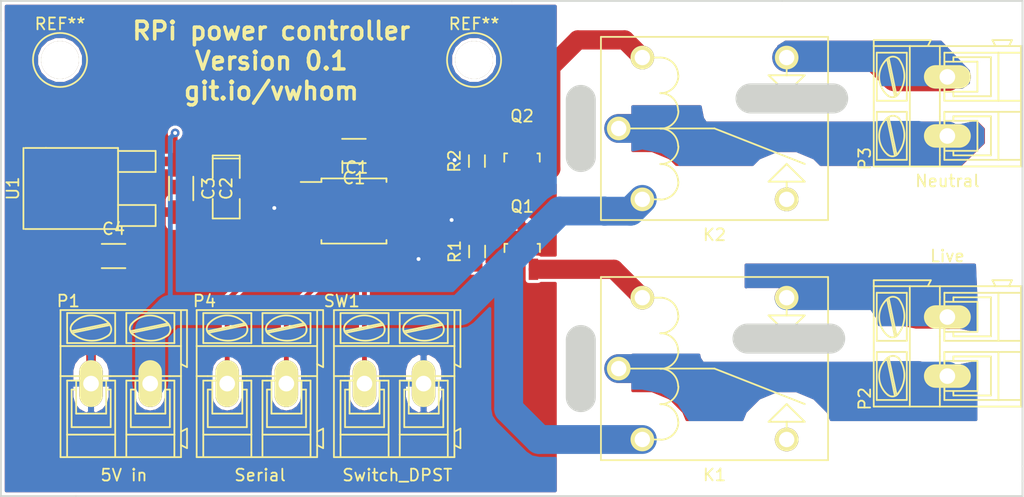
<source format=kicad_pcb>
(kicad_pcb (version 4) (host pcbnew 4.0.2+dfsg1-stable)

  (general
    (links 32)
    (no_connects 0)
    (area 40.5278 35.484999 127.351201 77.545001)
    (thickness 1.6)
    (drawings 20)
    (tracks 130)
    (zones 0)
    (modules 19)
    (nets 18)
  )

  (page A4)
  (layers
    (0 F.Cu signal)
    (31 B.Cu signal)
    (32 B.Adhes user)
    (33 F.Adhes user)
    (34 B.Paste user)
    (35 F.Paste user)
    (36 B.SilkS user)
    (37 F.SilkS user)
    (38 B.Mask user)
    (39 F.Mask user)
    (40 Dwgs.User user)
    (41 Cmts.User user)
    (42 Eco1.User user)
    (43 Eco2.User user)
    (44 Edge.Cuts user)
    (45 Margin user)
    (46 B.CrtYd user)
    (47 F.CrtYd user)
    (48 B.Fab user)
    (49 F.Fab user)
  )

  (setup
    (last_trace_width 0.2032)
    (user_trace_width 0.4064)
    (user_trace_width 0.8128)
    (user_trace_width 1.2192)
    (user_trace_width 1.6256)
    (user_trace_width 2.032)
    (user_trace_width 2.4384)
    (user_trace_width 2.54)
    (user_trace_width 3.2512)
    (trace_clearance 0.2032)
    (zone_clearance 3)
    (zone_45_only yes)
    (trace_min 0.2032)
    (segment_width 0.2)
    (edge_width 0.15)
    (via_size 0.7366)
    (via_drill 0.3302)
    (via_min_size 0.7366)
    (via_min_drill 0.3302)
    (user_via 0.9144 0.508)
    (uvia_size 0.7366)
    (uvia_drill 0.3302)
    (uvias_allowed no)
    (uvia_min_size 0)
    (uvia_min_drill 0)
    (pcb_text_width 0.3)
    (pcb_text_size 1.5 1.5)
    (mod_edge_width 0.15)
    (mod_text_size 1 1)
    (mod_text_width 0.15)
    (pad_size 3.2 3.2)
    (pad_drill 3.2)
    (pad_to_mask_clearance 0.2)
    (aux_axis_origin 0 0)
    (visible_elements FFFFFF7F)
    (pcbplotparams
      (layerselection 0x010f0_80000001)
      (usegerberextensions true)
      (excludeedgelayer true)
      (linewidth 0.100000)
      (plotframeref false)
      (viasonmask false)
      (mode 1)
      (useauxorigin false)
      (hpglpennumber 1)
      (hpglpenspeed 20)
      (hpglpendiameter 15)
      (hpglpenoverlay 2)
      (psnegative false)
      (psa4output false)
      (plotreference true)
      (plotvalue true)
      (plotinvisibletext false)
      (padsonsilk false)
      (subtractmaskfromsilk false)
      (outputformat 1)
      (mirror false)
      (drillshape 0)
      (scaleselection 1)
      (outputdirectory gerbers/))
  )

  (net 0 "")
  (net 1 +3V3)
  (net 2 GND)
  (net 3 +5V)
  (net 4 "Net-(IC1-Pad1)")
  (net 5 "Net-(IC1-Pad2)")
  (net 6 "Net-(IC1-Pad3)")
  (net 7 "Net-(IC1-Pad5)")
  (net 8 /relays/CH:1)
  (net 9 /relays/CH:2)
  (net 10 "Net-(K1-Pad4)")
  (net 11 "Net-(K1-Pad5)")
  (net 12 "Net-(K1-Pad2)")
  (net 13 "Net-(K1-Pad3)")
  (net 14 "Net-(K2-Pad4)")
  (net 15 "Net-(K2-Pad5)")
  (net 16 "Net-(K2-Pad2)")
  (net 17 "Net-(K2-Pad3)")

  (net_class Default "This is the default net class."
    (clearance 0.2032)
    (trace_width 0.2032)
    (via_dia 0.7366)
    (via_drill 0.3302)
    (uvia_dia 0.7366)
    (uvia_drill 0.3302)
    (add_net +3V3)
    (add_net +5V)
    (add_net /relays/CH:1)
    (add_net /relays/CH:2)
    (add_net GND)
    (add_net "Net-(IC1-Pad1)")
    (add_net "Net-(IC1-Pad2)")
    (add_net "Net-(IC1-Pad3)")
    (add_net "Net-(IC1-Pad5)")
    (add_net "Net-(K1-Pad2)")
    (add_net "Net-(K1-Pad3)")
    (add_net "Net-(K1-Pad4)")
    (add_net "Net-(K1-Pad5)")
    (add_net "Net-(K2-Pad2)")
    (add_net "Net-(K2-Pad3)")
    (add_net "Net-(K2-Pad4)")
    (add_net "Net-(K2-Pad5)")
  )

  (module Connect:1pin (layer F.Cu) (tedit 572E5908) (tstamp 572E5A14)
    (at 80.64 40.56)
    (descr "module 1 pin (ou trou mecanique de percage)")
    (tags DEV)
    (fp_text reference REF** (at 0 -3.048) (layer F.SilkS)
      (effects (font (size 1 1) (thickness 0.15)))
    )
    (fp_text value 1pin (at 0 2.794) (layer F.Fab)
      (effects (font (size 1 1) (thickness 0.15)))
    )
    (fp_circle (center 0 0) (end 0 -2.286) (layer F.SilkS) (width 0.15))
    (pad 1 thru_hole circle (at 0 0) (size 3.2 3.2) (drill 3.2) (layers *.Cu *.Mask F.SilkS))
  )

  (module electro_mechanical:ORWH-SH-105D1F,000 (layer F.Cu) (tedit 572E2B8F) (tstamp 572E312B)
    (at 100.965 46.355 180)
    (path /572E1AF1/572E5240)
    (fp_text reference K2 (at 0 -9 180) (layer F.SilkS)
      (effects (font (size 1 1) (thickness 0.15)))
    )
    (fp_text value Relay_SPDT (at 0 9 180) (layer F.Fab)
      (effects (font (size 1 1) (thickness 0.15)))
    )
    (fp_line (start -7.625 -3) (end 0 0) (layer F.SilkS) (width 0.15))
    (fp_line (start 0 0) (end 7.625 0) (layer F.SilkS) (width 0.15))
    (fp_line (start -6.1 6) (end -6.1 4.5) (layer F.SilkS) (width 0.15))
    (fp_line (start -6.1 4.5) (end -7.625 4.5) (layer F.SilkS) (width 0.15))
    (fp_line (start -7.625 4.5) (end -6.1 3) (layer F.SilkS) (width 0.15))
    (fp_line (start -6.1 3) (end -4.575 4.5) (layer F.SilkS) (width 0.15))
    (fp_line (start -4.575 4.5) (end -6.1 4.5) (layer F.SilkS) (width 0.15))
    (fp_line (start -6.1 -6) (end -6.1 -4.5) (layer F.SilkS) (width 0.15))
    (fp_line (start -6.1 -4.5) (end -7.625 -4.5) (layer F.SilkS) (width 0.15))
    (fp_line (start -7.625 -4.5) (end -6.1 -3) (layer F.SilkS) (width 0.15))
    (fp_line (start -6.1 -3) (end -4.575 -4.5) (layer F.SilkS) (width 0.15))
    (fp_line (start -4.575 -4.5) (end -6.1 -4.5) (layer F.SilkS) (width 0.15))
    (fp_arc (start 4.575 -4.5) (end 3.05 -4.5) (angle 90) (layer F.SilkS) (width 0.15))
    (fp_arc (start 4.575 -4.5) (end 4.575 -3) (angle 90) (layer F.SilkS) (width 0.15))
    (fp_arc (start 4.575 -1.5) (end 3.05 -1.5) (angle 90) (layer F.SilkS) (width 0.15))
    (fp_arc (start 4.575 -1.5) (end 4.575 0) (angle 90) (layer F.SilkS) (width 0.15))
    (fp_arc (start 4.575 1.5) (end 3.05 1.5) (angle 90) (layer F.SilkS) (width 0.15))
    (fp_arc (start 4.575 1.5) (end 4.575 3) (angle 90) (layer F.SilkS) (width 0.15))
    (fp_arc (start 4.575 4.5) (end 3.05 4.5) (angle 90) (layer F.SilkS) (width 0.15))
    (fp_arc (start 4.575 4.5) (end 4.575 6) (angle 90) (layer F.SilkS) (width 0.15))
    (fp_line (start 6.1 6) (end 4.575 6) (layer F.SilkS) (width 0.15))
    (fp_line (start 6.1 -6) (end 4.575 -6) (layer F.SilkS) (width 0.15))
    (fp_line (start -9.6 -7.75) (end 9.6 -7.75) (layer F.SilkS) (width 0.15))
    (fp_line (start 9.6 -7.75) (end 9.6 7.75) (layer F.SilkS) (width 0.15))
    (fp_line (start 9.6 7.75) (end -9.6 7.75) (layer F.SilkS) (width 0.15))
    (fp_line (start -9.6 7.75) (end -9.6 -7.75) (layer F.SilkS) (width 0.15))
    (pad 4 thru_hole circle (at -6.1 -6 180) (size 2 2) (drill 1.3) (layers *.Cu *.Mask F.SilkS)
      (net 14 "Net-(K2-Pad4)"))
    (pad 5 thru_hole circle (at -6.1 6 180) (size 2 2) (drill 1.3) (layers *.Cu *.Mask F.SilkS)
      (net 15 "Net-(K2-Pad5)"))
    (pad 1 thru_hole circle (at 6.1 -6 180) (size 2 2) (drill 1.3) (layers *.Cu *.Mask F.SilkS)
      (net 3 +5V))
    (pad 2 thru_hole circle (at 6.1 6 180) (size 2 2) (drill 1.3) (layers *.Cu *.Mask F.SilkS)
      (net 16 "Net-(K2-Pad2)"))
    (pad 3 thru_hole circle (at 8.1 0 180) (size 2 2) (drill 1.3) (layers *.Cu *.Mask F.SilkS)
      (net 17 "Net-(K2-Pad3)"))
  )

  (module electro_mechanical:ORWH-SH-105D1F,000 (layer F.Cu) (tedit 572E2B8F) (tstamp 572E3108)
    (at 100.965 66.675 180)
    (path /572E1AF1/572E4CF2)
    (fp_text reference K1 (at 0 -9 180) (layer F.SilkS)
      (effects (font (size 1 1) (thickness 0.15)))
    )
    (fp_text value Relay_SPDT (at 0 9 180) (layer F.Fab)
      (effects (font (size 1 1) (thickness 0.15)))
    )
    (fp_line (start -7.625 -3) (end 0 0) (layer F.SilkS) (width 0.15))
    (fp_line (start 0 0) (end 7.625 0) (layer F.SilkS) (width 0.15))
    (fp_line (start -6.1 6) (end -6.1 4.5) (layer F.SilkS) (width 0.15))
    (fp_line (start -6.1 4.5) (end -7.625 4.5) (layer F.SilkS) (width 0.15))
    (fp_line (start -7.625 4.5) (end -6.1 3) (layer F.SilkS) (width 0.15))
    (fp_line (start -6.1 3) (end -4.575 4.5) (layer F.SilkS) (width 0.15))
    (fp_line (start -4.575 4.5) (end -6.1 4.5) (layer F.SilkS) (width 0.15))
    (fp_line (start -6.1 -6) (end -6.1 -4.5) (layer F.SilkS) (width 0.15))
    (fp_line (start -6.1 -4.5) (end -7.625 -4.5) (layer F.SilkS) (width 0.15))
    (fp_line (start -7.625 -4.5) (end -6.1 -3) (layer F.SilkS) (width 0.15))
    (fp_line (start -6.1 -3) (end -4.575 -4.5) (layer F.SilkS) (width 0.15))
    (fp_line (start -4.575 -4.5) (end -6.1 -4.5) (layer F.SilkS) (width 0.15))
    (fp_arc (start 4.575 -4.5) (end 3.05 -4.5) (angle 90) (layer F.SilkS) (width 0.15))
    (fp_arc (start 4.575 -4.5) (end 4.575 -3) (angle 90) (layer F.SilkS) (width 0.15))
    (fp_arc (start 4.575 -1.5) (end 3.05 -1.5) (angle 90) (layer F.SilkS) (width 0.15))
    (fp_arc (start 4.575 -1.5) (end 4.575 0) (angle 90) (layer F.SilkS) (width 0.15))
    (fp_arc (start 4.575 1.5) (end 3.05 1.5) (angle 90) (layer F.SilkS) (width 0.15))
    (fp_arc (start 4.575 1.5) (end 4.575 3) (angle 90) (layer F.SilkS) (width 0.15))
    (fp_arc (start 4.575 4.5) (end 3.05 4.5) (angle 90) (layer F.SilkS) (width 0.15))
    (fp_arc (start 4.575 4.5) (end 4.575 6) (angle 90) (layer F.SilkS) (width 0.15))
    (fp_line (start 6.1 6) (end 4.575 6) (layer F.SilkS) (width 0.15))
    (fp_line (start 6.1 -6) (end 4.575 -6) (layer F.SilkS) (width 0.15))
    (fp_line (start -9.6 -7.75) (end 9.6 -7.75) (layer F.SilkS) (width 0.15))
    (fp_line (start 9.6 -7.75) (end 9.6 7.75) (layer F.SilkS) (width 0.15))
    (fp_line (start 9.6 7.75) (end -9.6 7.75) (layer F.SilkS) (width 0.15))
    (fp_line (start -9.6 7.75) (end -9.6 -7.75) (layer F.SilkS) (width 0.15))
    (pad 4 thru_hole circle (at -6.1 -6 180) (size 2 2) (drill 1.3) (layers *.Cu *.Mask F.SilkS)
      (net 10 "Net-(K1-Pad4)"))
    (pad 5 thru_hole circle (at -6.1 6 180) (size 2 2) (drill 1.3) (layers *.Cu *.Mask F.SilkS)
      (net 11 "Net-(K1-Pad5)"))
    (pad 1 thru_hole circle (at 6.1 -6 180) (size 2 2) (drill 1.3) (layers *.Cu *.Mask F.SilkS)
      (net 3 +5V))
    (pad 2 thru_hole circle (at 6.1 6 180) (size 2 2) (drill 1.3) (layers *.Cu *.Mask F.SilkS)
      (net 12 "Net-(K1-Pad2)"))
    (pad 3 thru_hole circle (at 8.1 0 180) (size 2 2) (drill 1.3) (layers *.Cu *.Mask F.SilkS)
      (net 13 "Net-(K1-Pad3)"))
  )

  (module Capacitors_SMD:C_1206_HandSoldering (layer F.Cu) (tedit 541A9C03) (tstamp 572E30C7)
    (at 70.485 48.26 180)
    (descr "Capacitor SMD 1206, hand soldering")
    (tags "capacitor 1206")
    (path /572E4397)
    (attr smd)
    (fp_text reference C1 (at 0 -2.3 180) (layer F.SilkS)
      (effects (font (size 1 1) (thickness 0.15)))
    )
    (fp_text value C_Small (at 0 2.3 180) (layer F.Fab)
      (effects (font (size 1 1) (thickness 0.15)))
    )
    (fp_line (start -3.3 -1.15) (end 3.3 -1.15) (layer F.CrtYd) (width 0.05))
    (fp_line (start -3.3 1.15) (end 3.3 1.15) (layer F.CrtYd) (width 0.05))
    (fp_line (start -3.3 -1.15) (end -3.3 1.15) (layer F.CrtYd) (width 0.05))
    (fp_line (start 3.3 -1.15) (end 3.3 1.15) (layer F.CrtYd) (width 0.05))
    (fp_line (start 1 -1.025) (end -1 -1.025) (layer F.SilkS) (width 0.15))
    (fp_line (start -1 1.025) (end 1 1.025) (layer F.SilkS) (width 0.15))
    (pad 1 smd rect (at -2 0 180) (size 2 1.6) (layers F.Cu F.Paste F.Mask)
      (net 1 +3V3))
    (pad 2 smd rect (at 2 0 180) (size 2 1.6) (layers F.Cu F.Paste F.Mask)
      (net 2 GND))
    (model Capacitors_SMD.3dshapes/C_1206_HandSoldering.wrl
      (at (xyz 0 0 0))
      (scale (xyz 1 1 1))
      (rotate (xyz 0 0 0))
    )
  )

  (module SMD_Packages:SMD-1206_Pol (layer F.Cu) (tedit 0) (tstamp 572E30CD)
    (at 59.69 51.435 270)
    (path /572E63A2)
    (attr smd)
    (fp_text reference C2 (at 0 0 270) (layer F.SilkS)
      (effects (font (size 1 1) (thickness 0.15)))
    )
    (fp_text value CP_Small (at 0 0 270) (layer F.Fab)
      (effects (font (size 1 1) (thickness 0.15)))
    )
    (fp_line (start -2.54 -1.143) (end -2.794 -1.143) (layer F.SilkS) (width 0.15))
    (fp_line (start -2.794 -1.143) (end -2.794 1.143) (layer F.SilkS) (width 0.15))
    (fp_line (start -2.794 1.143) (end -2.54 1.143) (layer F.SilkS) (width 0.15))
    (fp_line (start -2.54 -1.143) (end -2.54 1.143) (layer F.SilkS) (width 0.15))
    (fp_line (start -2.54 1.143) (end -0.889 1.143) (layer F.SilkS) (width 0.15))
    (fp_line (start 0.889 -1.143) (end 2.54 -1.143) (layer F.SilkS) (width 0.15))
    (fp_line (start 2.54 -1.143) (end 2.54 1.143) (layer F.SilkS) (width 0.15))
    (fp_line (start 2.54 1.143) (end 0.889 1.143) (layer F.SilkS) (width 0.15))
    (fp_line (start -0.889 -1.143) (end -2.54 -1.143) (layer F.SilkS) (width 0.15))
    (pad 1 smd rect (at -1.651 0 270) (size 1.524 2.032) (layers F.Cu F.Paste F.Mask)
      (net 3 +5V))
    (pad 2 smd rect (at 1.651 0 270) (size 1.524 2.032) (layers F.Cu F.Paste F.Mask)
      (net 2 GND))
    (model SMD_Packages.3dshapes/SMD-1206_Pol.wrl
      (at (xyz 0 0 0))
      (scale (xyz 0.17 0.16 0.16))
      (rotate (xyz 0 0 0))
    )
  )

  (module Capacitors_SMD:C_1206_HandSoldering (layer F.Cu) (tedit 541A9C03) (tstamp 572E30D3)
    (at 55.88 51.435 270)
    (descr "Capacitor SMD 1206, hand soldering")
    (tags "capacitor 1206")
    (path /572E5F67)
    (attr smd)
    (fp_text reference C3 (at 0 -2.3 270) (layer F.SilkS)
      (effects (font (size 1 1) (thickness 0.15)))
    )
    (fp_text value C_Small (at 0 2.3 270) (layer F.Fab)
      (effects (font (size 1 1) (thickness 0.15)))
    )
    (fp_line (start -3.3 -1.15) (end 3.3 -1.15) (layer F.CrtYd) (width 0.05))
    (fp_line (start -3.3 1.15) (end 3.3 1.15) (layer F.CrtYd) (width 0.05))
    (fp_line (start -3.3 -1.15) (end -3.3 1.15) (layer F.CrtYd) (width 0.05))
    (fp_line (start 3.3 -1.15) (end 3.3 1.15) (layer F.CrtYd) (width 0.05))
    (fp_line (start 1 -1.025) (end -1 -1.025) (layer F.SilkS) (width 0.15))
    (fp_line (start -1 1.025) (end 1 1.025) (layer F.SilkS) (width 0.15))
    (pad 1 smd rect (at -2 0 270) (size 2 1.6) (layers F.Cu F.Paste F.Mask)
      (net 3 +5V))
    (pad 2 smd rect (at 2 0 270) (size 2 1.6) (layers F.Cu F.Paste F.Mask)
      (net 2 GND))
    (model Capacitors_SMD.3dshapes/C_1206_HandSoldering.wrl
      (at (xyz 0 0 0))
      (scale (xyz 1 1 1))
      (rotate (xyz 0 0 0))
    )
  )

  (module Capacitors_SMD:C_1206_HandSoldering (layer F.Cu) (tedit 541A9C03) (tstamp 572E30D9)
    (at 50.165 57.15)
    (descr "Capacitor SMD 1206, hand soldering")
    (tags "capacitor 1206")
    (path /572E6161)
    (attr smd)
    (fp_text reference C4 (at 0 -2.3) (layer F.SilkS)
      (effects (font (size 1 1) (thickness 0.15)))
    )
    (fp_text value C_Small (at 0 2.3) (layer F.Fab)
      (effects (font (size 1 1) (thickness 0.15)))
    )
    (fp_line (start -3.3 -1.15) (end 3.3 -1.15) (layer F.CrtYd) (width 0.05))
    (fp_line (start -3.3 1.15) (end 3.3 1.15) (layer F.CrtYd) (width 0.05))
    (fp_line (start -3.3 -1.15) (end -3.3 1.15) (layer F.CrtYd) (width 0.05))
    (fp_line (start 3.3 -1.15) (end 3.3 1.15) (layer F.CrtYd) (width 0.05))
    (fp_line (start 1 -1.025) (end -1 -1.025) (layer F.SilkS) (width 0.15))
    (fp_line (start -1 1.025) (end 1 1.025) (layer F.SilkS) (width 0.15))
    (pad 1 smd rect (at -2 0) (size 2 1.6) (layers F.Cu F.Paste F.Mask)
      (net 1 +3V3))
    (pad 2 smd rect (at 2 0) (size 2 1.6) (layers F.Cu F.Paste F.Mask)
      (net 2 GND))
    (model Capacitors_SMD.3dshapes/C_1206_HandSoldering.wrl
      (at (xyz 0 0 0))
      (scale (xyz 1 1 1))
      (rotate (xyz 0 0 0))
    )
  )

  (module Housings_SOIC:SOIJ-8_5.3x5.3mm_Pitch1.27mm (layer F.Cu) (tedit 54130A77) (tstamp 572E30E5)
    (at 70.485 53.34)
    (descr "8-Lead Plastic Small Outline (SM) - Medium, 5.28 mm Body [SOIC] (see Microchip Packaging Specification 00000049BS.pdf)")
    (tags "SOIC 1.27")
    (path /572E14D7)
    (attr smd)
    (fp_text reference IC1 (at 0 -3.68) (layer F.SilkS)
      (effects (font (size 1 1) (thickness 0.15)))
    )
    (fp_text value ATTINY85-S (at 0 3.68) (layer F.Fab)
      (effects (font (size 1 1) (thickness 0.15)))
    )
    (fp_line (start -4.75 -2.95) (end -4.75 2.95) (layer F.CrtYd) (width 0.05))
    (fp_line (start 4.75 -2.95) (end 4.75 2.95) (layer F.CrtYd) (width 0.05))
    (fp_line (start -4.75 -2.95) (end 4.75 -2.95) (layer F.CrtYd) (width 0.05))
    (fp_line (start -4.75 2.95) (end 4.75 2.95) (layer F.CrtYd) (width 0.05))
    (fp_line (start -2.75 -2.755) (end -2.75 -2.455) (layer F.SilkS) (width 0.15))
    (fp_line (start 2.75 -2.755) (end 2.75 -2.455) (layer F.SilkS) (width 0.15))
    (fp_line (start 2.75 2.755) (end 2.75 2.455) (layer F.SilkS) (width 0.15))
    (fp_line (start -2.75 2.755) (end -2.75 2.455) (layer F.SilkS) (width 0.15))
    (fp_line (start -2.75 -2.755) (end 2.75 -2.755) (layer F.SilkS) (width 0.15))
    (fp_line (start -2.75 2.755) (end 2.75 2.755) (layer F.SilkS) (width 0.15))
    (fp_line (start -2.75 -2.455) (end -4.5 -2.455) (layer F.SilkS) (width 0.15))
    (pad 1 smd rect (at -3.65 -1.905) (size 1.7 0.65) (layers F.Cu F.Paste F.Mask)
      (net 4 "Net-(IC1-Pad1)"))
    (pad 2 smd rect (at -3.65 -0.635) (size 1.7 0.65) (layers F.Cu F.Paste F.Mask)
      (net 5 "Net-(IC1-Pad2)"))
    (pad 3 smd rect (at -3.65 0.635) (size 1.7 0.65) (layers F.Cu F.Paste F.Mask)
      (net 6 "Net-(IC1-Pad3)"))
    (pad 4 smd rect (at -3.65 1.905) (size 1.7 0.65) (layers F.Cu F.Paste F.Mask)
      (net 2 GND))
    (pad 5 smd rect (at 3.65 1.905) (size 1.7 0.65) (layers F.Cu F.Paste F.Mask)
      (net 7 "Net-(IC1-Pad5)"))
    (pad 6 smd rect (at 3.65 0.635) (size 1.7 0.65) (layers F.Cu F.Paste F.Mask)
      (net 8 /relays/CH:1))
    (pad 7 smd rect (at 3.65 -0.635) (size 1.7 0.65) (layers F.Cu F.Paste F.Mask)
      (net 9 /relays/CH:2))
    (pad 8 smd rect (at 3.65 -1.905) (size 1.7 0.65) (layers F.Cu F.Paste F.Mask)
      (net 1 +3V3))
    (model Housings_SOIC.3dshapes/SOIJ-8_5.3x5.3mm_Pitch1.27mm.wrl
      (at (xyz 0 0 0))
      (scale (xyz 1 1 1))
      (rotate (xyz 0 0 0))
    )
  )

  (module Connect:AK300-2 (layer F.Cu) (tedit 572E58CD) (tstamp 572E3131)
    (at 48.26 67.945)
    (descr CONNECTOR)
    (tags CONNECTOR)
    (path /572E458D)
    (attr virtual)
    (fp_text reference P1 (at -1.92 -6.985) (layer F.SilkS)
      (effects (font (size 1 1) (thickness 0.15)))
    )
    (fp_text value "5V in" (at 2.779 7.747) (layer F.SilkS)
      (effects (font (size 1 1) (thickness 0.15)))
    )
    (fp_line (start 8.363 -6.473) (end -2.83 -6.473) (layer F.CrtYd) (width 0.05))
    (fp_line (start 8.363 6.473) (end 8.363 -6.473) (layer F.CrtYd) (width 0.05))
    (fp_line (start -2.83 6.473) (end 8.363 6.473) (layer F.CrtYd) (width 0.05))
    (fp_line (start -2.83 -6.473) (end -2.83 6.473) (layer F.CrtYd) (width 0.05))
    (fp_line (start -1.2596 2.54) (end 1.2804 2.54) (layer F.SilkS) (width 0.15))
    (fp_line (start 1.2804 2.54) (end 1.2804 -0.254) (layer F.SilkS) (width 0.15))
    (fp_line (start -1.2596 -0.254) (end 1.2804 -0.254) (layer F.SilkS) (width 0.15))
    (fp_line (start -1.2596 2.54) (end -1.2596 -0.254) (layer F.SilkS) (width 0.15))
    (fp_line (start 3.7442 2.54) (end 6.2842 2.54) (layer F.SilkS) (width 0.15))
    (fp_line (start 6.2842 2.54) (end 6.2842 -0.254) (layer F.SilkS) (width 0.15))
    (fp_line (start 3.7442 -0.254) (end 6.2842 -0.254) (layer F.SilkS) (width 0.15))
    (fp_line (start 3.7442 2.54) (end 3.7442 -0.254) (layer F.SilkS) (width 0.15))
    (fp_line (start 7.605 -6.223) (end 7.605 -3.175) (layer F.SilkS) (width 0.15))
    (fp_line (start 7.605 -6.223) (end -2.58 -6.223) (layer F.SilkS) (width 0.15))
    (fp_line (start 7.605 -6.223) (end 8.113 -6.223) (layer F.SilkS) (width 0.15))
    (fp_line (start 8.113 -6.223) (end 8.113 -1.397) (layer F.SilkS) (width 0.15))
    (fp_line (start 8.113 -1.397) (end 7.605 -1.651) (layer F.SilkS) (width 0.15))
    (fp_line (start 8.113 5.461) (end 7.605 5.207) (layer F.SilkS) (width 0.15))
    (fp_line (start 7.605 5.207) (end 7.605 6.223) (layer F.SilkS) (width 0.15))
    (fp_line (start 8.113 3.81) (end 7.605 4.064) (layer F.SilkS) (width 0.15))
    (fp_line (start 7.605 4.064) (end 7.605 5.207) (layer F.SilkS) (width 0.15))
    (fp_line (start 8.113 3.81) (end 8.113 5.461) (layer F.SilkS) (width 0.15))
    (fp_line (start 2.9822 6.223) (end 2.9822 4.318) (layer F.SilkS) (width 0.15))
    (fp_line (start 7.0462 -0.254) (end 7.0462 4.318) (layer F.SilkS) (width 0.15))
    (fp_line (start 2.9822 6.223) (end 7.0462 6.223) (layer F.SilkS) (width 0.15))
    (fp_line (start 7.0462 6.223) (end 7.605 6.223) (layer F.SilkS) (width 0.15))
    (fp_line (start 2.0424 6.223) (end 2.0424 4.318) (layer F.SilkS) (width 0.15))
    (fp_line (start 2.0424 6.223) (end 2.9822 6.223) (layer F.SilkS) (width 0.15))
    (fp_line (start -2.0216 -0.254) (end -2.0216 4.318) (layer F.SilkS) (width 0.15))
    (fp_line (start -2.58 6.223) (end -2.0216 6.223) (layer F.SilkS) (width 0.15))
    (fp_line (start -2.0216 6.223) (end 2.0424 6.223) (layer F.SilkS) (width 0.15))
    (fp_line (start 2.9822 4.318) (end 7.0462 4.318) (layer F.SilkS) (width 0.15))
    (fp_line (start 2.9822 4.318) (end 2.9822 -0.254) (layer F.SilkS) (width 0.15))
    (fp_line (start 7.0462 4.318) (end 7.0462 6.223) (layer F.SilkS) (width 0.15))
    (fp_line (start 2.0424 4.318) (end -2.0216 4.318) (layer F.SilkS) (width 0.15))
    (fp_line (start 2.0424 4.318) (end 2.0424 -0.254) (layer F.SilkS) (width 0.15))
    (fp_line (start -2.0216 4.318) (end -2.0216 6.223) (layer F.SilkS) (width 0.15))
    (fp_line (start 6.6652 3.683) (end 6.6652 0.508) (layer F.SilkS) (width 0.15))
    (fp_line (start 6.6652 3.683) (end 3.3632 3.683) (layer F.SilkS) (width 0.15))
    (fp_line (start 3.3632 3.683) (end 3.3632 0.508) (layer F.SilkS) (width 0.15))
    (fp_line (start 1.6614 3.683) (end 1.6614 0.508) (layer F.SilkS) (width 0.15))
    (fp_line (start 1.6614 3.683) (end -1.6406 3.683) (layer F.SilkS) (width 0.15))
    (fp_line (start -1.6406 3.683) (end -1.6406 0.508) (layer F.SilkS) (width 0.15))
    (fp_line (start -1.6406 0.508) (end -1.2596 0.508) (layer F.SilkS) (width 0.15))
    (fp_line (start 1.6614 0.508) (end 1.2804 0.508) (layer F.SilkS) (width 0.15))
    (fp_line (start 3.3632 0.508) (end 3.7442 0.508) (layer F.SilkS) (width 0.15))
    (fp_line (start 6.6652 0.508) (end 6.2842 0.508) (layer F.SilkS) (width 0.15))
    (fp_line (start -2.58 6.223) (end -2.58 -0.635) (layer F.SilkS) (width 0.15))
    (fp_line (start -2.58 -0.635) (end -2.58 -3.175) (layer F.SilkS) (width 0.15))
    (fp_line (start 7.605 -1.651) (end 7.605 -0.635) (layer F.SilkS) (width 0.15))
    (fp_line (start 7.605 -0.635) (end 7.605 4.064) (layer F.SilkS) (width 0.15))
    (fp_line (start -2.58 -3.175) (end 7.605 -3.175) (layer F.SilkS) (width 0.15))
    (fp_line (start -2.58 -3.175) (end -2.58 -6.223) (layer F.SilkS) (width 0.15))
    (fp_line (start 7.605 -3.175) (end 7.605 -1.651) (layer F.SilkS) (width 0.15))
    (fp_line (start 2.9822 -3.429) (end 2.9822 -5.969) (layer F.SilkS) (width 0.15))
    (fp_line (start 2.9822 -5.969) (end 7.0462 -5.969) (layer F.SilkS) (width 0.15))
    (fp_line (start 7.0462 -5.969) (end 7.0462 -3.429) (layer F.SilkS) (width 0.15))
    (fp_line (start 7.0462 -3.429) (end 2.9822 -3.429) (layer F.SilkS) (width 0.15))
    (fp_line (start 2.0424 -3.429) (end 2.0424 -5.969) (layer F.SilkS) (width 0.15))
    (fp_line (start 2.0424 -3.429) (end -2.0216 -3.429) (layer F.SilkS) (width 0.15))
    (fp_line (start -2.0216 -3.429) (end -2.0216 -5.969) (layer F.SilkS) (width 0.15))
    (fp_line (start 2.0424 -5.969) (end -2.0216 -5.969) (layer F.SilkS) (width 0.15))
    (fp_line (start 3.3886 -4.445) (end 6.4366 -5.08) (layer F.SilkS) (width 0.15))
    (fp_line (start 3.5156 -4.318) (end 6.5636 -4.953) (layer F.SilkS) (width 0.15))
    (fp_line (start -1.6152 -4.445) (end 1.43534 -5.08) (layer F.SilkS) (width 0.15))
    (fp_line (start -1.4882 -4.318) (end 1.5598 -4.953) (layer F.SilkS) (width 0.15))
    (fp_line (start -2.0216 -0.254) (end -1.6406 -0.254) (layer F.SilkS) (width 0.15))
    (fp_line (start 2.0424 -0.254) (end 1.6614 -0.254) (layer F.SilkS) (width 0.15))
    (fp_line (start 1.6614 -0.254) (end -1.6406 -0.254) (layer F.SilkS) (width 0.15))
    (fp_line (start -2.58 -0.635) (end -1.6406 -0.635) (layer F.SilkS) (width 0.15))
    (fp_line (start -1.6406 -0.635) (end 1.6614 -0.635) (layer F.SilkS) (width 0.15))
    (fp_line (start 1.6614 -0.635) (end 3.3632 -0.635) (layer F.SilkS) (width 0.15))
    (fp_line (start 7.605 -0.635) (end 6.6652 -0.635) (layer F.SilkS) (width 0.15))
    (fp_line (start 6.6652 -0.635) (end 3.3632 -0.635) (layer F.SilkS) (width 0.15))
    (fp_line (start 7.0462 -0.254) (end 6.6652 -0.254) (layer F.SilkS) (width 0.15))
    (fp_line (start 2.9822 -0.254) (end 3.3632 -0.254) (layer F.SilkS) (width 0.15))
    (fp_line (start 3.3632 -0.254) (end 6.6652 -0.254) (layer F.SilkS) (width 0.15))
    (fp_arc (start 6.0302 -4.59486) (end 6.53566 -5.05206) (angle 90.5) (layer F.SilkS) (width 0.15))
    (fp_arc (start 5.065 -6.0706) (end 6.52804 -4.11734) (angle 75.5) (layer F.SilkS) (width 0.15))
    (fp_arc (start 4.98626 -3.7084) (end 3.3886 -5.0038) (angle 100) (layer F.SilkS) (width 0.15))
    (fp_arc (start 3.8712 -4.64566) (end 3.58164 -4.1275) (angle 104.2) (layer F.SilkS) (width 0.15))
    (fp_arc (start 1.0264 -4.59486) (end 1.5344 -5.05206) (angle 90.5) (layer F.SilkS) (width 0.15))
    (fp_arc (start 0.06374 -6.0706) (end 1.52678 -4.11734) (angle 75.5) (layer F.SilkS) (width 0.15))
    (fp_arc (start -0.01246 -3.7084) (end -1.6152 -5.0038) (angle 100) (layer F.SilkS) (width 0.15))
    (fp_arc (start -1.1326 -4.64566) (end -1.41962 -4.1275) (angle 104.2) (layer F.SilkS) (width 0.15))
    (pad 1 thru_hole oval (at 0 0) (size 1.9812 3.9624) (drill 1.3208) (layers *.Cu F.Paste F.SilkS F.Mask)
      (net 2 GND))
    (pad 2 thru_hole oval (at 5 0) (size 1.9812 3.9624) (drill 1.3208) (layers *.Cu F.Paste F.SilkS F.Mask)
      (net 3 +5V))
  )

  (module Connect:AK300-2 (layer F.Cu) (tedit 572E58DF) (tstamp 572E3137)
    (at 120.65 67.31 90)
    (descr CONNECTOR)
    (tags CONNECTOR)
    (path /572E1AF1/572E5426)
    (attr virtual)
    (fp_text reference P2 (at -1.92 -6.985 90) (layer F.SilkS)
      (effects (font (size 1 1) (thickness 0.15)))
    )
    (fp_text value Live (at 10.16 0 180) (layer F.SilkS)
      (effects (font (size 1 1) (thickness 0.15)))
    )
    (fp_line (start 8.363 -6.473) (end -2.83 -6.473) (layer F.CrtYd) (width 0.05))
    (fp_line (start 8.363 6.473) (end 8.363 -6.473) (layer F.CrtYd) (width 0.05))
    (fp_line (start -2.83 6.473) (end 8.363 6.473) (layer F.CrtYd) (width 0.05))
    (fp_line (start -2.83 -6.473) (end -2.83 6.473) (layer F.CrtYd) (width 0.05))
    (fp_line (start -1.2596 2.54) (end 1.2804 2.54) (layer F.SilkS) (width 0.15))
    (fp_line (start 1.2804 2.54) (end 1.2804 -0.254) (layer F.SilkS) (width 0.15))
    (fp_line (start -1.2596 -0.254) (end 1.2804 -0.254) (layer F.SilkS) (width 0.15))
    (fp_line (start -1.2596 2.54) (end -1.2596 -0.254) (layer F.SilkS) (width 0.15))
    (fp_line (start 3.7442 2.54) (end 6.2842 2.54) (layer F.SilkS) (width 0.15))
    (fp_line (start 6.2842 2.54) (end 6.2842 -0.254) (layer F.SilkS) (width 0.15))
    (fp_line (start 3.7442 -0.254) (end 6.2842 -0.254) (layer F.SilkS) (width 0.15))
    (fp_line (start 3.7442 2.54) (end 3.7442 -0.254) (layer F.SilkS) (width 0.15))
    (fp_line (start 7.605 -6.223) (end 7.605 -3.175) (layer F.SilkS) (width 0.15))
    (fp_line (start 7.605 -6.223) (end -2.58 -6.223) (layer F.SilkS) (width 0.15))
    (fp_line (start 7.605 -6.223) (end 8.113 -6.223) (layer F.SilkS) (width 0.15))
    (fp_line (start 8.113 -6.223) (end 8.113 -1.397) (layer F.SilkS) (width 0.15))
    (fp_line (start 8.113 -1.397) (end 7.605 -1.651) (layer F.SilkS) (width 0.15))
    (fp_line (start 8.113 5.461) (end 7.605 5.207) (layer F.SilkS) (width 0.15))
    (fp_line (start 7.605 5.207) (end 7.605 6.223) (layer F.SilkS) (width 0.15))
    (fp_line (start 8.113 3.81) (end 7.605 4.064) (layer F.SilkS) (width 0.15))
    (fp_line (start 7.605 4.064) (end 7.605 5.207) (layer F.SilkS) (width 0.15))
    (fp_line (start 8.113 3.81) (end 8.113 5.461) (layer F.SilkS) (width 0.15))
    (fp_line (start 2.9822 6.223) (end 2.9822 4.318) (layer F.SilkS) (width 0.15))
    (fp_line (start 7.0462 -0.254) (end 7.0462 4.318) (layer F.SilkS) (width 0.15))
    (fp_line (start 2.9822 6.223) (end 7.0462 6.223) (layer F.SilkS) (width 0.15))
    (fp_line (start 7.0462 6.223) (end 7.605 6.223) (layer F.SilkS) (width 0.15))
    (fp_line (start 2.0424 6.223) (end 2.0424 4.318) (layer F.SilkS) (width 0.15))
    (fp_line (start 2.0424 6.223) (end 2.9822 6.223) (layer F.SilkS) (width 0.15))
    (fp_line (start -2.0216 -0.254) (end -2.0216 4.318) (layer F.SilkS) (width 0.15))
    (fp_line (start -2.58 6.223) (end -2.0216 6.223) (layer F.SilkS) (width 0.15))
    (fp_line (start -2.0216 6.223) (end 2.0424 6.223) (layer F.SilkS) (width 0.15))
    (fp_line (start 2.9822 4.318) (end 7.0462 4.318) (layer F.SilkS) (width 0.15))
    (fp_line (start 2.9822 4.318) (end 2.9822 -0.254) (layer F.SilkS) (width 0.15))
    (fp_line (start 7.0462 4.318) (end 7.0462 6.223) (layer F.SilkS) (width 0.15))
    (fp_line (start 2.0424 4.318) (end -2.0216 4.318) (layer F.SilkS) (width 0.15))
    (fp_line (start 2.0424 4.318) (end 2.0424 -0.254) (layer F.SilkS) (width 0.15))
    (fp_line (start -2.0216 4.318) (end -2.0216 6.223) (layer F.SilkS) (width 0.15))
    (fp_line (start 6.6652 3.683) (end 6.6652 0.508) (layer F.SilkS) (width 0.15))
    (fp_line (start 6.6652 3.683) (end 3.3632 3.683) (layer F.SilkS) (width 0.15))
    (fp_line (start 3.3632 3.683) (end 3.3632 0.508) (layer F.SilkS) (width 0.15))
    (fp_line (start 1.6614 3.683) (end 1.6614 0.508) (layer F.SilkS) (width 0.15))
    (fp_line (start 1.6614 3.683) (end -1.6406 3.683) (layer F.SilkS) (width 0.15))
    (fp_line (start -1.6406 3.683) (end -1.6406 0.508) (layer F.SilkS) (width 0.15))
    (fp_line (start -1.6406 0.508) (end -1.2596 0.508) (layer F.SilkS) (width 0.15))
    (fp_line (start 1.6614 0.508) (end 1.2804 0.508) (layer F.SilkS) (width 0.15))
    (fp_line (start 3.3632 0.508) (end 3.7442 0.508) (layer F.SilkS) (width 0.15))
    (fp_line (start 6.6652 0.508) (end 6.2842 0.508) (layer F.SilkS) (width 0.15))
    (fp_line (start -2.58 6.223) (end -2.58 -0.635) (layer F.SilkS) (width 0.15))
    (fp_line (start -2.58 -0.635) (end -2.58 -3.175) (layer F.SilkS) (width 0.15))
    (fp_line (start 7.605 -1.651) (end 7.605 -0.635) (layer F.SilkS) (width 0.15))
    (fp_line (start 7.605 -0.635) (end 7.605 4.064) (layer F.SilkS) (width 0.15))
    (fp_line (start -2.58 -3.175) (end 7.605 -3.175) (layer F.SilkS) (width 0.15))
    (fp_line (start -2.58 -3.175) (end -2.58 -6.223) (layer F.SilkS) (width 0.15))
    (fp_line (start 7.605 -3.175) (end 7.605 -1.651) (layer F.SilkS) (width 0.15))
    (fp_line (start 2.9822 -3.429) (end 2.9822 -5.969) (layer F.SilkS) (width 0.15))
    (fp_line (start 2.9822 -5.969) (end 7.0462 -5.969) (layer F.SilkS) (width 0.15))
    (fp_line (start 7.0462 -5.969) (end 7.0462 -3.429) (layer F.SilkS) (width 0.15))
    (fp_line (start 7.0462 -3.429) (end 2.9822 -3.429) (layer F.SilkS) (width 0.15))
    (fp_line (start 2.0424 -3.429) (end 2.0424 -5.969) (layer F.SilkS) (width 0.15))
    (fp_line (start 2.0424 -3.429) (end -2.0216 -3.429) (layer F.SilkS) (width 0.15))
    (fp_line (start -2.0216 -3.429) (end -2.0216 -5.969) (layer F.SilkS) (width 0.15))
    (fp_line (start 2.0424 -5.969) (end -2.0216 -5.969) (layer F.SilkS) (width 0.15))
    (fp_line (start 3.3886 -4.445) (end 6.4366 -5.08) (layer F.SilkS) (width 0.15))
    (fp_line (start 3.5156 -4.318) (end 6.5636 -4.953) (layer F.SilkS) (width 0.15))
    (fp_line (start -1.6152 -4.445) (end 1.43534 -5.08) (layer F.SilkS) (width 0.15))
    (fp_line (start -1.4882 -4.318) (end 1.5598 -4.953) (layer F.SilkS) (width 0.15))
    (fp_line (start -2.0216 -0.254) (end -1.6406 -0.254) (layer F.SilkS) (width 0.15))
    (fp_line (start 2.0424 -0.254) (end 1.6614 -0.254) (layer F.SilkS) (width 0.15))
    (fp_line (start 1.6614 -0.254) (end -1.6406 -0.254) (layer F.SilkS) (width 0.15))
    (fp_line (start -2.58 -0.635) (end -1.6406 -0.635) (layer F.SilkS) (width 0.15))
    (fp_line (start -1.6406 -0.635) (end 1.6614 -0.635) (layer F.SilkS) (width 0.15))
    (fp_line (start 1.6614 -0.635) (end 3.3632 -0.635) (layer F.SilkS) (width 0.15))
    (fp_line (start 7.605 -0.635) (end 6.6652 -0.635) (layer F.SilkS) (width 0.15))
    (fp_line (start 6.6652 -0.635) (end 3.3632 -0.635) (layer F.SilkS) (width 0.15))
    (fp_line (start 7.0462 -0.254) (end 6.6652 -0.254) (layer F.SilkS) (width 0.15))
    (fp_line (start 2.9822 -0.254) (end 3.3632 -0.254) (layer F.SilkS) (width 0.15))
    (fp_line (start 3.3632 -0.254) (end 6.6652 -0.254) (layer F.SilkS) (width 0.15))
    (fp_arc (start 6.0302 -4.59486) (end 6.53566 -5.05206) (angle 90.5) (layer F.SilkS) (width 0.15))
    (fp_arc (start 5.065 -6.0706) (end 6.52804 -4.11734) (angle 75.5) (layer F.SilkS) (width 0.15))
    (fp_arc (start 4.98626 -3.7084) (end 3.3886 -5.0038) (angle 100) (layer F.SilkS) (width 0.15))
    (fp_arc (start 3.8712 -4.64566) (end 3.58164 -4.1275) (angle 104.2) (layer F.SilkS) (width 0.15))
    (fp_arc (start 1.0264 -4.59486) (end 1.5344 -5.05206) (angle 90.5) (layer F.SilkS) (width 0.15))
    (fp_arc (start 0.06374 -6.0706) (end 1.52678 -4.11734) (angle 75.5) (layer F.SilkS) (width 0.15))
    (fp_arc (start -0.01246 -3.7084) (end -1.6152 -5.0038) (angle 100) (layer F.SilkS) (width 0.15))
    (fp_arc (start -1.1326 -4.64566) (end -1.41962 -4.1275) (angle 104.2) (layer F.SilkS) (width 0.15))
    (pad 1 thru_hole oval (at 0 0 90) (size 1.9812 3.9624) (drill 1.3208) (layers *.Cu F.Paste F.SilkS F.Mask)
      (net 13 "Net-(K1-Pad3)"))
    (pad 2 thru_hole oval (at 5 0 90) (size 1.9812 3.9624) (drill 1.3208) (layers *.Cu F.Paste F.SilkS F.Mask)
      (net 11 "Net-(K1-Pad5)"))
  )

  (module Connect:AK300-2 (layer F.Cu) (tedit 572E58DB) (tstamp 572E313D)
    (at 120.65 46.99 90)
    (descr CONNECTOR)
    (tags CONNECTOR)
    (path /572E1AF1/572E54F4)
    (attr virtual)
    (fp_text reference P3 (at -1.92 -6.985 90) (layer F.SilkS)
      (effects (font (size 1 1) (thickness 0.15)))
    )
    (fp_text value Neutral (at -3.81 0 180) (layer F.SilkS)
      (effects (font (size 1 1) (thickness 0.15)))
    )
    (fp_line (start 8.363 -6.473) (end -2.83 -6.473) (layer F.CrtYd) (width 0.05))
    (fp_line (start 8.363 6.473) (end 8.363 -6.473) (layer F.CrtYd) (width 0.05))
    (fp_line (start -2.83 6.473) (end 8.363 6.473) (layer F.CrtYd) (width 0.05))
    (fp_line (start -2.83 -6.473) (end -2.83 6.473) (layer F.CrtYd) (width 0.05))
    (fp_line (start -1.2596 2.54) (end 1.2804 2.54) (layer F.SilkS) (width 0.15))
    (fp_line (start 1.2804 2.54) (end 1.2804 -0.254) (layer F.SilkS) (width 0.15))
    (fp_line (start -1.2596 -0.254) (end 1.2804 -0.254) (layer F.SilkS) (width 0.15))
    (fp_line (start -1.2596 2.54) (end -1.2596 -0.254) (layer F.SilkS) (width 0.15))
    (fp_line (start 3.7442 2.54) (end 6.2842 2.54) (layer F.SilkS) (width 0.15))
    (fp_line (start 6.2842 2.54) (end 6.2842 -0.254) (layer F.SilkS) (width 0.15))
    (fp_line (start 3.7442 -0.254) (end 6.2842 -0.254) (layer F.SilkS) (width 0.15))
    (fp_line (start 3.7442 2.54) (end 3.7442 -0.254) (layer F.SilkS) (width 0.15))
    (fp_line (start 7.605 -6.223) (end 7.605 -3.175) (layer F.SilkS) (width 0.15))
    (fp_line (start 7.605 -6.223) (end -2.58 -6.223) (layer F.SilkS) (width 0.15))
    (fp_line (start 7.605 -6.223) (end 8.113 -6.223) (layer F.SilkS) (width 0.15))
    (fp_line (start 8.113 -6.223) (end 8.113 -1.397) (layer F.SilkS) (width 0.15))
    (fp_line (start 8.113 -1.397) (end 7.605 -1.651) (layer F.SilkS) (width 0.15))
    (fp_line (start 8.113 5.461) (end 7.605 5.207) (layer F.SilkS) (width 0.15))
    (fp_line (start 7.605 5.207) (end 7.605 6.223) (layer F.SilkS) (width 0.15))
    (fp_line (start 8.113 3.81) (end 7.605 4.064) (layer F.SilkS) (width 0.15))
    (fp_line (start 7.605 4.064) (end 7.605 5.207) (layer F.SilkS) (width 0.15))
    (fp_line (start 8.113 3.81) (end 8.113 5.461) (layer F.SilkS) (width 0.15))
    (fp_line (start 2.9822 6.223) (end 2.9822 4.318) (layer F.SilkS) (width 0.15))
    (fp_line (start 7.0462 -0.254) (end 7.0462 4.318) (layer F.SilkS) (width 0.15))
    (fp_line (start 2.9822 6.223) (end 7.0462 6.223) (layer F.SilkS) (width 0.15))
    (fp_line (start 7.0462 6.223) (end 7.605 6.223) (layer F.SilkS) (width 0.15))
    (fp_line (start 2.0424 6.223) (end 2.0424 4.318) (layer F.SilkS) (width 0.15))
    (fp_line (start 2.0424 6.223) (end 2.9822 6.223) (layer F.SilkS) (width 0.15))
    (fp_line (start -2.0216 -0.254) (end -2.0216 4.318) (layer F.SilkS) (width 0.15))
    (fp_line (start -2.58 6.223) (end -2.0216 6.223) (layer F.SilkS) (width 0.15))
    (fp_line (start -2.0216 6.223) (end 2.0424 6.223) (layer F.SilkS) (width 0.15))
    (fp_line (start 2.9822 4.318) (end 7.0462 4.318) (layer F.SilkS) (width 0.15))
    (fp_line (start 2.9822 4.318) (end 2.9822 -0.254) (layer F.SilkS) (width 0.15))
    (fp_line (start 7.0462 4.318) (end 7.0462 6.223) (layer F.SilkS) (width 0.15))
    (fp_line (start 2.0424 4.318) (end -2.0216 4.318) (layer F.SilkS) (width 0.15))
    (fp_line (start 2.0424 4.318) (end 2.0424 -0.254) (layer F.SilkS) (width 0.15))
    (fp_line (start -2.0216 4.318) (end -2.0216 6.223) (layer F.SilkS) (width 0.15))
    (fp_line (start 6.6652 3.683) (end 6.6652 0.508) (layer F.SilkS) (width 0.15))
    (fp_line (start 6.6652 3.683) (end 3.3632 3.683) (layer F.SilkS) (width 0.15))
    (fp_line (start 3.3632 3.683) (end 3.3632 0.508) (layer F.SilkS) (width 0.15))
    (fp_line (start 1.6614 3.683) (end 1.6614 0.508) (layer F.SilkS) (width 0.15))
    (fp_line (start 1.6614 3.683) (end -1.6406 3.683) (layer F.SilkS) (width 0.15))
    (fp_line (start -1.6406 3.683) (end -1.6406 0.508) (layer F.SilkS) (width 0.15))
    (fp_line (start -1.6406 0.508) (end -1.2596 0.508) (layer F.SilkS) (width 0.15))
    (fp_line (start 1.6614 0.508) (end 1.2804 0.508) (layer F.SilkS) (width 0.15))
    (fp_line (start 3.3632 0.508) (end 3.7442 0.508) (layer F.SilkS) (width 0.15))
    (fp_line (start 6.6652 0.508) (end 6.2842 0.508) (layer F.SilkS) (width 0.15))
    (fp_line (start -2.58 6.223) (end -2.58 -0.635) (layer F.SilkS) (width 0.15))
    (fp_line (start -2.58 -0.635) (end -2.58 -3.175) (layer F.SilkS) (width 0.15))
    (fp_line (start 7.605 -1.651) (end 7.605 -0.635) (layer F.SilkS) (width 0.15))
    (fp_line (start 7.605 -0.635) (end 7.605 4.064) (layer F.SilkS) (width 0.15))
    (fp_line (start -2.58 -3.175) (end 7.605 -3.175) (layer F.SilkS) (width 0.15))
    (fp_line (start -2.58 -3.175) (end -2.58 -6.223) (layer F.SilkS) (width 0.15))
    (fp_line (start 7.605 -3.175) (end 7.605 -1.651) (layer F.SilkS) (width 0.15))
    (fp_line (start 2.9822 -3.429) (end 2.9822 -5.969) (layer F.SilkS) (width 0.15))
    (fp_line (start 2.9822 -5.969) (end 7.0462 -5.969) (layer F.SilkS) (width 0.15))
    (fp_line (start 7.0462 -5.969) (end 7.0462 -3.429) (layer F.SilkS) (width 0.15))
    (fp_line (start 7.0462 -3.429) (end 2.9822 -3.429) (layer F.SilkS) (width 0.15))
    (fp_line (start 2.0424 -3.429) (end 2.0424 -5.969) (layer F.SilkS) (width 0.15))
    (fp_line (start 2.0424 -3.429) (end -2.0216 -3.429) (layer F.SilkS) (width 0.15))
    (fp_line (start -2.0216 -3.429) (end -2.0216 -5.969) (layer F.SilkS) (width 0.15))
    (fp_line (start 2.0424 -5.969) (end -2.0216 -5.969) (layer F.SilkS) (width 0.15))
    (fp_line (start 3.3886 -4.445) (end 6.4366 -5.08) (layer F.SilkS) (width 0.15))
    (fp_line (start 3.5156 -4.318) (end 6.5636 -4.953) (layer F.SilkS) (width 0.15))
    (fp_line (start -1.6152 -4.445) (end 1.43534 -5.08) (layer F.SilkS) (width 0.15))
    (fp_line (start -1.4882 -4.318) (end 1.5598 -4.953) (layer F.SilkS) (width 0.15))
    (fp_line (start -2.0216 -0.254) (end -1.6406 -0.254) (layer F.SilkS) (width 0.15))
    (fp_line (start 2.0424 -0.254) (end 1.6614 -0.254) (layer F.SilkS) (width 0.15))
    (fp_line (start 1.6614 -0.254) (end -1.6406 -0.254) (layer F.SilkS) (width 0.15))
    (fp_line (start -2.58 -0.635) (end -1.6406 -0.635) (layer F.SilkS) (width 0.15))
    (fp_line (start -1.6406 -0.635) (end 1.6614 -0.635) (layer F.SilkS) (width 0.15))
    (fp_line (start 1.6614 -0.635) (end 3.3632 -0.635) (layer F.SilkS) (width 0.15))
    (fp_line (start 7.605 -0.635) (end 6.6652 -0.635) (layer F.SilkS) (width 0.15))
    (fp_line (start 6.6652 -0.635) (end 3.3632 -0.635) (layer F.SilkS) (width 0.15))
    (fp_line (start 7.0462 -0.254) (end 6.6652 -0.254) (layer F.SilkS) (width 0.15))
    (fp_line (start 2.9822 -0.254) (end 3.3632 -0.254) (layer F.SilkS) (width 0.15))
    (fp_line (start 3.3632 -0.254) (end 6.6652 -0.254) (layer F.SilkS) (width 0.15))
    (fp_arc (start 6.0302 -4.59486) (end 6.53566 -5.05206) (angle 90.5) (layer F.SilkS) (width 0.15))
    (fp_arc (start 5.065 -6.0706) (end 6.52804 -4.11734) (angle 75.5) (layer F.SilkS) (width 0.15))
    (fp_arc (start 4.98626 -3.7084) (end 3.3886 -5.0038) (angle 100) (layer F.SilkS) (width 0.15))
    (fp_arc (start 3.8712 -4.64566) (end 3.58164 -4.1275) (angle 104.2) (layer F.SilkS) (width 0.15))
    (fp_arc (start 1.0264 -4.59486) (end 1.5344 -5.05206) (angle 90.5) (layer F.SilkS) (width 0.15))
    (fp_arc (start 0.06374 -6.0706) (end 1.52678 -4.11734) (angle 75.5) (layer F.SilkS) (width 0.15))
    (fp_arc (start -0.01246 -3.7084) (end -1.6152 -5.0038) (angle 100) (layer F.SilkS) (width 0.15))
    (fp_arc (start -1.1326 -4.64566) (end -1.41962 -4.1275) (angle 104.2) (layer F.SilkS) (width 0.15))
    (pad 1 thru_hole oval (at 0 0 90) (size 1.9812 3.9624) (drill 1.3208) (layers *.Cu F.Paste F.SilkS F.Mask)
      (net 17 "Net-(K2-Pad3)"))
    (pad 2 thru_hole oval (at 5 0 90) (size 1.9812 3.9624) (drill 1.3208) (layers *.Cu F.Paste F.SilkS F.Mask)
      (net 15 "Net-(K2-Pad5)"))
  )

  (module Connect:AK300-2 (layer F.Cu) (tedit 572E58D1) (tstamp 572E3143)
    (at 59.77 67.945)
    (descr CONNECTOR)
    (tags CONNECTOR)
    (path /572E6C80)
    (attr virtual)
    (fp_text reference P4 (at -1.92 -6.985) (layer F.SilkS)
      (effects (font (size 1 1) (thickness 0.15)))
    )
    (fp_text value Serial (at 2.779 7.747) (layer F.SilkS)
      (effects (font (size 1 1) (thickness 0.15)))
    )
    (fp_line (start 8.363 -6.473) (end -2.83 -6.473) (layer F.CrtYd) (width 0.05))
    (fp_line (start 8.363 6.473) (end 8.363 -6.473) (layer F.CrtYd) (width 0.05))
    (fp_line (start -2.83 6.473) (end 8.363 6.473) (layer F.CrtYd) (width 0.05))
    (fp_line (start -2.83 -6.473) (end -2.83 6.473) (layer F.CrtYd) (width 0.05))
    (fp_line (start -1.2596 2.54) (end 1.2804 2.54) (layer F.SilkS) (width 0.15))
    (fp_line (start 1.2804 2.54) (end 1.2804 -0.254) (layer F.SilkS) (width 0.15))
    (fp_line (start -1.2596 -0.254) (end 1.2804 -0.254) (layer F.SilkS) (width 0.15))
    (fp_line (start -1.2596 2.54) (end -1.2596 -0.254) (layer F.SilkS) (width 0.15))
    (fp_line (start 3.7442 2.54) (end 6.2842 2.54) (layer F.SilkS) (width 0.15))
    (fp_line (start 6.2842 2.54) (end 6.2842 -0.254) (layer F.SilkS) (width 0.15))
    (fp_line (start 3.7442 -0.254) (end 6.2842 -0.254) (layer F.SilkS) (width 0.15))
    (fp_line (start 3.7442 2.54) (end 3.7442 -0.254) (layer F.SilkS) (width 0.15))
    (fp_line (start 7.605 -6.223) (end 7.605 -3.175) (layer F.SilkS) (width 0.15))
    (fp_line (start 7.605 -6.223) (end -2.58 -6.223) (layer F.SilkS) (width 0.15))
    (fp_line (start 7.605 -6.223) (end 8.113 -6.223) (layer F.SilkS) (width 0.15))
    (fp_line (start 8.113 -6.223) (end 8.113 -1.397) (layer F.SilkS) (width 0.15))
    (fp_line (start 8.113 -1.397) (end 7.605 -1.651) (layer F.SilkS) (width 0.15))
    (fp_line (start 8.113 5.461) (end 7.605 5.207) (layer F.SilkS) (width 0.15))
    (fp_line (start 7.605 5.207) (end 7.605 6.223) (layer F.SilkS) (width 0.15))
    (fp_line (start 8.113 3.81) (end 7.605 4.064) (layer F.SilkS) (width 0.15))
    (fp_line (start 7.605 4.064) (end 7.605 5.207) (layer F.SilkS) (width 0.15))
    (fp_line (start 8.113 3.81) (end 8.113 5.461) (layer F.SilkS) (width 0.15))
    (fp_line (start 2.9822 6.223) (end 2.9822 4.318) (layer F.SilkS) (width 0.15))
    (fp_line (start 7.0462 -0.254) (end 7.0462 4.318) (layer F.SilkS) (width 0.15))
    (fp_line (start 2.9822 6.223) (end 7.0462 6.223) (layer F.SilkS) (width 0.15))
    (fp_line (start 7.0462 6.223) (end 7.605 6.223) (layer F.SilkS) (width 0.15))
    (fp_line (start 2.0424 6.223) (end 2.0424 4.318) (layer F.SilkS) (width 0.15))
    (fp_line (start 2.0424 6.223) (end 2.9822 6.223) (layer F.SilkS) (width 0.15))
    (fp_line (start -2.0216 -0.254) (end -2.0216 4.318) (layer F.SilkS) (width 0.15))
    (fp_line (start -2.58 6.223) (end -2.0216 6.223) (layer F.SilkS) (width 0.15))
    (fp_line (start -2.0216 6.223) (end 2.0424 6.223) (layer F.SilkS) (width 0.15))
    (fp_line (start 2.9822 4.318) (end 7.0462 4.318) (layer F.SilkS) (width 0.15))
    (fp_line (start 2.9822 4.318) (end 2.9822 -0.254) (layer F.SilkS) (width 0.15))
    (fp_line (start 7.0462 4.318) (end 7.0462 6.223) (layer F.SilkS) (width 0.15))
    (fp_line (start 2.0424 4.318) (end -2.0216 4.318) (layer F.SilkS) (width 0.15))
    (fp_line (start 2.0424 4.318) (end 2.0424 -0.254) (layer F.SilkS) (width 0.15))
    (fp_line (start -2.0216 4.318) (end -2.0216 6.223) (layer F.SilkS) (width 0.15))
    (fp_line (start 6.6652 3.683) (end 6.6652 0.508) (layer F.SilkS) (width 0.15))
    (fp_line (start 6.6652 3.683) (end 3.3632 3.683) (layer F.SilkS) (width 0.15))
    (fp_line (start 3.3632 3.683) (end 3.3632 0.508) (layer F.SilkS) (width 0.15))
    (fp_line (start 1.6614 3.683) (end 1.6614 0.508) (layer F.SilkS) (width 0.15))
    (fp_line (start 1.6614 3.683) (end -1.6406 3.683) (layer F.SilkS) (width 0.15))
    (fp_line (start -1.6406 3.683) (end -1.6406 0.508) (layer F.SilkS) (width 0.15))
    (fp_line (start -1.6406 0.508) (end -1.2596 0.508) (layer F.SilkS) (width 0.15))
    (fp_line (start 1.6614 0.508) (end 1.2804 0.508) (layer F.SilkS) (width 0.15))
    (fp_line (start 3.3632 0.508) (end 3.7442 0.508) (layer F.SilkS) (width 0.15))
    (fp_line (start 6.6652 0.508) (end 6.2842 0.508) (layer F.SilkS) (width 0.15))
    (fp_line (start -2.58 6.223) (end -2.58 -0.635) (layer F.SilkS) (width 0.15))
    (fp_line (start -2.58 -0.635) (end -2.58 -3.175) (layer F.SilkS) (width 0.15))
    (fp_line (start 7.605 -1.651) (end 7.605 -0.635) (layer F.SilkS) (width 0.15))
    (fp_line (start 7.605 -0.635) (end 7.605 4.064) (layer F.SilkS) (width 0.15))
    (fp_line (start -2.58 -3.175) (end 7.605 -3.175) (layer F.SilkS) (width 0.15))
    (fp_line (start -2.58 -3.175) (end -2.58 -6.223) (layer F.SilkS) (width 0.15))
    (fp_line (start 7.605 -3.175) (end 7.605 -1.651) (layer F.SilkS) (width 0.15))
    (fp_line (start 2.9822 -3.429) (end 2.9822 -5.969) (layer F.SilkS) (width 0.15))
    (fp_line (start 2.9822 -5.969) (end 7.0462 -5.969) (layer F.SilkS) (width 0.15))
    (fp_line (start 7.0462 -5.969) (end 7.0462 -3.429) (layer F.SilkS) (width 0.15))
    (fp_line (start 7.0462 -3.429) (end 2.9822 -3.429) (layer F.SilkS) (width 0.15))
    (fp_line (start 2.0424 -3.429) (end 2.0424 -5.969) (layer F.SilkS) (width 0.15))
    (fp_line (start 2.0424 -3.429) (end -2.0216 -3.429) (layer F.SilkS) (width 0.15))
    (fp_line (start -2.0216 -3.429) (end -2.0216 -5.969) (layer F.SilkS) (width 0.15))
    (fp_line (start 2.0424 -5.969) (end -2.0216 -5.969) (layer F.SilkS) (width 0.15))
    (fp_line (start 3.3886 -4.445) (end 6.4366 -5.08) (layer F.SilkS) (width 0.15))
    (fp_line (start 3.5156 -4.318) (end 6.5636 -4.953) (layer F.SilkS) (width 0.15))
    (fp_line (start -1.6152 -4.445) (end 1.43534 -5.08) (layer F.SilkS) (width 0.15))
    (fp_line (start -1.4882 -4.318) (end 1.5598 -4.953) (layer F.SilkS) (width 0.15))
    (fp_line (start -2.0216 -0.254) (end -1.6406 -0.254) (layer F.SilkS) (width 0.15))
    (fp_line (start 2.0424 -0.254) (end 1.6614 -0.254) (layer F.SilkS) (width 0.15))
    (fp_line (start 1.6614 -0.254) (end -1.6406 -0.254) (layer F.SilkS) (width 0.15))
    (fp_line (start -2.58 -0.635) (end -1.6406 -0.635) (layer F.SilkS) (width 0.15))
    (fp_line (start -1.6406 -0.635) (end 1.6614 -0.635) (layer F.SilkS) (width 0.15))
    (fp_line (start 1.6614 -0.635) (end 3.3632 -0.635) (layer F.SilkS) (width 0.15))
    (fp_line (start 7.605 -0.635) (end 6.6652 -0.635) (layer F.SilkS) (width 0.15))
    (fp_line (start 6.6652 -0.635) (end 3.3632 -0.635) (layer F.SilkS) (width 0.15))
    (fp_line (start 7.0462 -0.254) (end 6.6652 -0.254) (layer F.SilkS) (width 0.15))
    (fp_line (start 2.9822 -0.254) (end 3.3632 -0.254) (layer F.SilkS) (width 0.15))
    (fp_line (start 3.3632 -0.254) (end 6.6652 -0.254) (layer F.SilkS) (width 0.15))
    (fp_arc (start 6.0302 -4.59486) (end 6.53566 -5.05206) (angle 90.5) (layer F.SilkS) (width 0.15))
    (fp_arc (start 5.065 -6.0706) (end 6.52804 -4.11734) (angle 75.5) (layer F.SilkS) (width 0.15))
    (fp_arc (start 4.98626 -3.7084) (end 3.3886 -5.0038) (angle 100) (layer F.SilkS) (width 0.15))
    (fp_arc (start 3.8712 -4.64566) (end 3.58164 -4.1275) (angle 104.2) (layer F.SilkS) (width 0.15))
    (fp_arc (start 1.0264 -4.59486) (end 1.5344 -5.05206) (angle 90.5) (layer F.SilkS) (width 0.15))
    (fp_arc (start 0.06374 -6.0706) (end 1.52678 -4.11734) (angle 75.5) (layer F.SilkS) (width 0.15))
    (fp_arc (start -0.01246 -3.7084) (end -1.6152 -5.0038) (angle 100) (layer F.SilkS) (width 0.15))
    (fp_arc (start -1.1326 -4.64566) (end -1.41962 -4.1275) (angle 104.2) (layer F.SilkS) (width 0.15))
    (pad 1 thru_hole oval (at 0 0) (size 1.9812 3.9624) (drill 1.3208) (layers *.Cu F.Paste F.SilkS F.Mask)
      (net 6 "Net-(IC1-Pad3)"))
    (pad 2 thru_hole oval (at 5 0) (size 1.9812 3.9624) (drill 1.3208) (layers *.Cu F.Paste F.SilkS F.Mask)
      (net 5 "Net-(IC1-Pad2)"))
  )

  (module TO_SOT_Packages_SMD:SOT-23_Handsoldering (layer F.Cu) (tedit 54E9291B) (tstamp 572E314A)
    (at 84.709 56.769)
    (descr "SOT-23, Handsoldering")
    (tags SOT-23)
    (path /572E1AF1/572E1AFF)
    (attr smd)
    (fp_text reference Q1 (at 0 -3.81) (layer F.SilkS)
      (effects (font (size 1 1) (thickness 0.15)))
    )
    (fp_text value Q_NMOS_GDS (at -0.127 3.81) (layer F.Fab)
      (effects (font (size 1 1) (thickness 0.15)))
    )
    (fp_line (start -1.49982 0.0508) (end -1.49982 -0.65024) (layer F.SilkS) (width 0.15))
    (fp_line (start -1.49982 -0.65024) (end -1.2509 -0.65024) (layer F.SilkS) (width 0.15))
    (fp_line (start 1.29916 -0.65024) (end 1.49982 -0.65024) (layer F.SilkS) (width 0.15))
    (fp_line (start 1.49982 -0.65024) (end 1.49982 0.0508) (layer F.SilkS) (width 0.15))
    (pad 1 smd rect (at -0.95 1.50114) (size 0.8001 1.80086) (layers F.Cu F.Paste F.Mask)
      (net 8 /relays/CH:1))
    (pad 2 smd rect (at 0.95 1.50114) (size 0.8001 1.80086) (layers F.Cu F.Paste F.Mask)
      (net 12 "Net-(K1-Pad2)"))
    (pad 3 smd rect (at 0 -1.50114) (size 0.8001 1.80086) (layers F.Cu F.Paste F.Mask)
      (net 2 GND))
    (model TO_SOT_Packages_SMD.3dshapes/SOT-23_Handsoldering.wrl
      (at (xyz 0 0 0))
      (scale (xyz 1 1 1))
      (rotate (xyz 0 0 0))
    )
  )

  (module TO_SOT_Packages_SMD:SOT-23_Handsoldering (layer F.Cu) (tedit 54E9291B) (tstamp 572E3151)
    (at 84.692616 49.118778)
    (descr "SOT-23, Handsoldering")
    (tags SOT-23)
    (path /572E1AF1/572E1B90)
    (attr smd)
    (fp_text reference Q2 (at 0 -3.81) (layer F.SilkS)
      (effects (font (size 1 1) (thickness 0.15)))
    )
    (fp_text value Q_NMOS_GDS (at 0 3.81) (layer F.Fab)
      (effects (font (size 1 1) (thickness 0.15)))
    )
    (fp_line (start -1.49982 0.0508) (end -1.49982 -0.65024) (layer F.SilkS) (width 0.15))
    (fp_line (start -1.49982 -0.65024) (end -1.2509 -0.65024) (layer F.SilkS) (width 0.15))
    (fp_line (start 1.29916 -0.65024) (end 1.49982 -0.65024) (layer F.SilkS) (width 0.15))
    (fp_line (start 1.49982 -0.65024) (end 1.49982 0.0508) (layer F.SilkS) (width 0.15))
    (pad 1 smd rect (at -0.95 1.50114) (size 0.8001 1.80086) (layers F.Cu F.Paste F.Mask)
      (net 9 /relays/CH:2))
    (pad 2 smd rect (at 0.95 1.50114) (size 0.8001 1.80086) (layers F.Cu F.Paste F.Mask)
      (net 16 "Net-(K2-Pad2)"))
    (pad 3 smd rect (at 0 -1.50114) (size 0.8001 1.80086) (layers F.Cu F.Paste F.Mask)
      (net 2 GND))
    (model TO_SOT_Packages_SMD.3dshapes/SOT-23_Handsoldering.wrl
      (at (xyz 0 0 0))
      (scale (xyz 1 1 1))
      (rotate (xyz 0 0 0))
    )
  )

  (module Resistors_SMD:R_0603_HandSoldering (layer F.Cu) (tedit 5418A00F) (tstamp 572E3157)
    (at 80.899 56.769 90)
    (descr "Resistor SMD 0603, hand soldering")
    (tags "resistor 0603")
    (path /572E1AF1/572E2C9D)
    (attr smd)
    (fp_text reference R1 (at 0 -1.9 90) (layer F.SilkS)
      (effects (font (size 1 1) (thickness 0.15)))
    )
    (fp_text value 10k (at 0 1.9 90) (layer F.Fab)
      (effects (font (size 1 1) (thickness 0.15)))
    )
    (fp_line (start -2 -0.8) (end 2 -0.8) (layer F.CrtYd) (width 0.05))
    (fp_line (start -2 0.8) (end 2 0.8) (layer F.CrtYd) (width 0.05))
    (fp_line (start -2 -0.8) (end -2 0.8) (layer F.CrtYd) (width 0.05))
    (fp_line (start 2 -0.8) (end 2 0.8) (layer F.CrtYd) (width 0.05))
    (fp_line (start 0.5 0.675) (end -0.5 0.675) (layer F.SilkS) (width 0.15))
    (fp_line (start -0.5 -0.675) (end 0.5 -0.675) (layer F.SilkS) (width 0.15))
    (pad 1 smd rect (at -1.1 0 90) (size 1.2 0.9) (layers F.Cu F.Paste F.Mask)
      (net 8 /relays/CH:1))
    (pad 2 smd rect (at 1.1 0 90) (size 1.2 0.9) (layers F.Cu F.Paste F.Mask)
      (net 2 GND))
    (model Resistors_SMD.3dshapes/R_0603_HandSoldering.wrl
      (at (xyz 0 0 0))
      (scale (xyz 1 1 1))
      (rotate (xyz 0 0 0))
    )
  )

  (module Resistors_SMD:R_0603_HandSoldering (layer F.Cu) (tedit 5418A00F) (tstamp 572E315D)
    (at 80.882616 49.118778 90)
    (descr "Resistor SMD 0603, hand soldering")
    (tags "resistor 0603")
    (path /572E1AF1/572E2B19)
    (attr smd)
    (fp_text reference R2 (at 0 -1.9 90) (layer F.SilkS)
      (effects (font (size 1 1) (thickness 0.15)))
    )
    (fp_text value 10k (at 0 1.9 90) (layer F.Fab)
      (effects (font (size 1 1) (thickness 0.15)))
    )
    (fp_line (start -2 -0.8) (end 2 -0.8) (layer F.CrtYd) (width 0.05))
    (fp_line (start -2 0.8) (end 2 0.8) (layer F.CrtYd) (width 0.05))
    (fp_line (start -2 -0.8) (end -2 0.8) (layer F.CrtYd) (width 0.05))
    (fp_line (start 2 -0.8) (end 2 0.8) (layer F.CrtYd) (width 0.05))
    (fp_line (start 0.5 0.675) (end -0.5 0.675) (layer F.SilkS) (width 0.15))
    (fp_line (start -0.5 -0.675) (end 0.5 -0.675) (layer F.SilkS) (width 0.15))
    (pad 1 smd rect (at -1.1 0 90) (size 1.2 0.9) (layers F.Cu F.Paste F.Mask)
      (net 9 /relays/CH:2))
    (pad 2 smd rect (at 1.1 0 90) (size 1.2 0.9) (layers F.Cu F.Paste F.Mask)
      (net 2 GND))
    (model Resistors_SMD.3dshapes/R_0603_HandSoldering.wrl
      (at (xyz 0 0 0))
      (scale (xyz 1 1 1))
      (rotate (xyz 0 0 0))
    )
  )

  (module TO_SOT_Packages_SMD:TO-252-2Lead (layer F.Cu) (tedit 0) (tstamp 572E316C)
    (at 52.07 51.435 90)
    (descr "DPAK / TO-252 2-lead smd package")
    (tags "dpak TO-252")
    (path /572E59BF)
    (attr smd)
    (fp_text reference U1 (at 0 -10.414 90) (layer F.SilkS)
      (effects (font (size 1 1) (thickness 0.15)))
    )
    (fp_text value AP1117D33 (at 0 -2.413 90) (layer F.Fab)
      (effects (font (size 1 1) (thickness 0.15)))
    )
    (fp_line (start 1.397 -1.524) (end 1.397 1.651) (layer F.SilkS) (width 0.15))
    (fp_line (start 1.397 1.651) (end 3.175 1.651) (layer F.SilkS) (width 0.15))
    (fp_line (start 3.175 1.651) (end 3.175 -1.524) (layer F.SilkS) (width 0.15))
    (fp_line (start -3.175 -1.524) (end -3.175 1.651) (layer F.SilkS) (width 0.15))
    (fp_line (start -3.175 1.651) (end -1.397 1.651) (layer F.SilkS) (width 0.15))
    (fp_line (start -1.397 1.651) (end -1.397 -1.524) (layer F.SilkS) (width 0.15))
    (fp_line (start 3.429 -7.62) (end 3.429 -1.524) (layer F.SilkS) (width 0.15))
    (fp_line (start 3.429 -1.524) (end -3.429 -1.524) (layer F.SilkS) (width 0.15))
    (fp_line (start -3.429 -1.524) (end -3.429 -9.398) (layer F.SilkS) (width 0.15))
    (fp_line (start -3.429 -9.525) (end 3.429 -9.525) (layer F.SilkS) (width 0.15))
    (fp_line (start 3.429 -9.398) (end 3.429 -7.62) (layer F.SilkS) (width 0.15))
    (pad 1 smd rect (at -2.286 0 90) (size 1.651 3.048) (layers F.Cu F.Paste F.Mask)
      (net 2 GND))
    (pad 2 smd rect (at 0 -6.35 90) (size 6.096 6.096) (layers F.Cu F.Paste F.Mask)
      (net 1 +3V3))
    (pad 3 smd rect (at 2.286 0 90) (size 1.651 3.048) (layers F.Cu F.Paste F.Mask)
      (net 3 +5V))
    (model TO_SOT_Packages_SMD.3dshapes/TO-252-2Lead.wrl
      (at (xyz 0 0 0))
      (scale (xyz 1 1 1))
      (rotate (xyz 0 0 0))
    )
  )

  (module Connect:AK300-2 (layer F.Cu) (tedit 572E58D4) (tstamp 572E50A1)
    (at 71.374 67.945)
    (descr CONNECTOR)
    (tags CONNECTOR)
    (path /572E32EE)
    (attr virtual)
    (fp_text reference SW1 (at -1.92 -6.985) (layer F.SilkS)
      (effects (font (size 1 1) (thickness 0.15)))
    )
    (fp_text value Switch_DPST (at 2.779 7.747) (layer F.SilkS)
      (effects (font (size 1 1) (thickness 0.15)))
    )
    (fp_line (start 8.363 -6.473) (end -2.83 -6.473) (layer F.CrtYd) (width 0.05))
    (fp_line (start 8.363 6.473) (end 8.363 -6.473) (layer F.CrtYd) (width 0.05))
    (fp_line (start -2.83 6.473) (end 8.363 6.473) (layer F.CrtYd) (width 0.05))
    (fp_line (start -2.83 -6.473) (end -2.83 6.473) (layer F.CrtYd) (width 0.05))
    (fp_line (start -1.2596 2.54) (end 1.2804 2.54) (layer F.SilkS) (width 0.15))
    (fp_line (start 1.2804 2.54) (end 1.2804 -0.254) (layer F.SilkS) (width 0.15))
    (fp_line (start -1.2596 -0.254) (end 1.2804 -0.254) (layer F.SilkS) (width 0.15))
    (fp_line (start -1.2596 2.54) (end -1.2596 -0.254) (layer F.SilkS) (width 0.15))
    (fp_line (start 3.7442 2.54) (end 6.2842 2.54) (layer F.SilkS) (width 0.15))
    (fp_line (start 6.2842 2.54) (end 6.2842 -0.254) (layer F.SilkS) (width 0.15))
    (fp_line (start 3.7442 -0.254) (end 6.2842 -0.254) (layer F.SilkS) (width 0.15))
    (fp_line (start 3.7442 2.54) (end 3.7442 -0.254) (layer F.SilkS) (width 0.15))
    (fp_line (start 7.605 -6.223) (end 7.605 -3.175) (layer F.SilkS) (width 0.15))
    (fp_line (start 7.605 -6.223) (end -2.58 -6.223) (layer F.SilkS) (width 0.15))
    (fp_line (start 7.605 -6.223) (end 8.113 -6.223) (layer F.SilkS) (width 0.15))
    (fp_line (start 8.113 -6.223) (end 8.113 -1.397) (layer F.SilkS) (width 0.15))
    (fp_line (start 8.113 -1.397) (end 7.605 -1.651) (layer F.SilkS) (width 0.15))
    (fp_line (start 8.113 5.461) (end 7.605 5.207) (layer F.SilkS) (width 0.15))
    (fp_line (start 7.605 5.207) (end 7.605 6.223) (layer F.SilkS) (width 0.15))
    (fp_line (start 8.113 3.81) (end 7.605 4.064) (layer F.SilkS) (width 0.15))
    (fp_line (start 7.605 4.064) (end 7.605 5.207) (layer F.SilkS) (width 0.15))
    (fp_line (start 8.113 3.81) (end 8.113 5.461) (layer F.SilkS) (width 0.15))
    (fp_line (start 2.9822 6.223) (end 2.9822 4.318) (layer F.SilkS) (width 0.15))
    (fp_line (start 7.0462 -0.254) (end 7.0462 4.318) (layer F.SilkS) (width 0.15))
    (fp_line (start 2.9822 6.223) (end 7.0462 6.223) (layer F.SilkS) (width 0.15))
    (fp_line (start 7.0462 6.223) (end 7.605 6.223) (layer F.SilkS) (width 0.15))
    (fp_line (start 2.0424 6.223) (end 2.0424 4.318) (layer F.SilkS) (width 0.15))
    (fp_line (start 2.0424 6.223) (end 2.9822 6.223) (layer F.SilkS) (width 0.15))
    (fp_line (start -2.0216 -0.254) (end -2.0216 4.318) (layer F.SilkS) (width 0.15))
    (fp_line (start -2.58 6.223) (end -2.0216 6.223) (layer F.SilkS) (width 0.15))
    (fp_line (start -2.0216 6.223) (end 2.0424 6.223) (layer F.SilkS) (width 0.15))
    (fp_line (start 2.9822 4.318) (end 7.0462 4.318) (layer F.SilkS) (width 0.15))
    (fp_line (start 2.9822 4.318) (end 2.9822 -0.254) (layer F.SilkS) (width 0.15))
    (fp_line (start 7.0462 4.318) (end 7.0462 6.223) (layer F.SilkS) (width 0.15))
    (fp_line (start 2.0424 4.318) (end -2.0216 4.318) (layer F.SilkS) (width 0.15))
    (fp_line (start 2.0424 4.318) (end 2.0424 -0.254) (layer F.SilkS) (width 0.15))
    (fp_line (start -2.0216 4.318) (end -2.0216 6.223) (layer F.SilkS) (width 0.15))
    (fp_line (start 6.6652 3.683) (end 6.6652 0.508) (layer F.SilkS) (width 0.15))
    (fp_line (start 6.6652 3.683) (end 3.3632 3.683) (layer F.SilkS) (width 0.15))
    (fp_line (start 3.3632 3.683) (end 3.3632 0.508) (layer F.SilkS) (width 0.15))
    (fp_line (start 1.6614 3.683) (end 1.6614 0.508) (layer F.SilkS) (width 0.15))
    (fp_line (start 1.6614 3.683) (end -1.6406 3.683) (layer F.SilkS) (width 0.15))
    (fp_line (start -1.6406 3.683) (end -1.6406 0.508) (layer F.SilkS) (width 0.15))
    (fp_line (start -1.6406 0.508) (end -1.2596 0.508) (layer F.SilkS) (width 0.15))
    (fp_line (start 1.6614 0.508) (end 1.2804 0.508) (layer F.SilkS) (width 0.15))
    (fp_line (start 3.3632 0.508) (end 3.7442 0.508) (layer F.SilkS) (width 0.15))
    (fp_line (start 6.6652 0.508) (end 6.2842 0.508) (layer F.SilkS) (width 0.15))
    (fp_line (start -2.58 6.223) (end -2.58 -0.635) (layer F.SilkS) (width 0.15))
    (fp_line (start -2.58 -0.635) (end -2.58 -3.175) (layer F.SilkS) (width 0.15))
    (fp_line (start 7.605 -1.651) (end 7.605 -0.635) (layer F.SilkS) (width 0.15))
    (fp_line (start 7.605 -0.635) (end 7.605 4.064) (layer F.SilkS) (width 0.15))
    (fp_line (start -2.58 -3.175) (end 7.605 -3.175) (layer F.SilkS) (width 0.15))
    (fp_line (start -2.58 -3.175) (end -2.58 -6.223) (layer F.SilkS) (width 0.15))
    (fp_line (start 7.605 -3.175) (end 7.605 -1.651) (layer F.SilkS) (width 0.15))
    (fp_line (start 2.9822 -3.429) (end 2.9822 -5.969) (layer F.SilkS) (width 0.15))
    (fp_line (start 2.9822 -5.969) (end 7.0462 -5.969) (layer F.SilkS) (width 0.15))
    (fp_line (start 7.0462 -5.969) (end 7.0462 -3.429) (layer F.SilkS) (width 0.15))
    (fp_line (start 7.0462 -3.429) (end 2.9822 -3.429) (layer F.SilkS) (width 0.15))
    (fp_line (start 2.0424 -3.429) (end 2.0424 -5.969) (layer F.SilkS) (width 0.15))
    (fp_line (start 2.0424 -3.429) (end -2.0216 -3.429) (layer F.SilkS) (width 0.15))
    (fp_line (start -2.0216 -3.429) (end -2.0216 -5.969) (layer F.SilkS) (width 0.15))
    (fp_line (start 2.0424 -5.969) (end -2.0216 -5.969) (layer F.SilkS) (width 0.15))
    (fp_line (start 3.3886 -4.445) (end 6.4366 -5.08) (layer F.SilkS) (width 0.15))
    (fp_line (start 3.5156 -4.318) (end 6.5636 -4.953) (layer F.SilkS) (width 0.15))
    (fp_line (start -1.6152 -4.445) (end 1.43534 -5.08) (layer F.SilkS) (width 0.15))
    (fp_line (start -1.4882 -4.318) (end 1.5598 -4.953) (layer F.SilkS) (width 0.15))
    (fp_line (start -2.0216 -0.254) (end -1.6406 -0.254) (layer F.SilkS) (width 0.15))
    (fp_line (start 2.0424 -0.254) (end 1.6614 -0.254) (layer F.SilkS) (width 0.15))
    (fp_line (start 1.6614 -0.254) (end -1.6406 -0.254) (layer F.SilkS) (width 0.15))
    (fp_line (start -2.58 -0.635) (end -1.6406 -0.635) (layer F.SilkS) (width 0.15))
    (fp_line (start -1.6406 -0.635) (end 1.6614 -0.635) (layer F.SilkS) (width 0.15))
    (fp_line (start 1.6614 -0.635) (end 3.3632 -0.635) (layer F.SilkS) (width 0.15))
    (fp_line (start 7.605 -0.635) (end 6.6652 -0.635) (layer F.SilkS) (width 0.15))
    (fp_line (start 6.6652 -0.635) (end 3.3632 -0.635) (layer F.SilkS) (width 0.15))
    (fp_line (start 7.0462 -0.254) (end 6.6652 -0.254) (layer F.SilkS) (width 0.15))
    (fp_line (start 2.9822 -0.254) (end 3.3632 -0.254) (layer F.SilkS) (width 0.15))
    (fp_line (start 3.3632 -0.254) (end 6.6652 -0.254) (layer F.SilkS) (width 0.15))
    (fp_arc (start 6.0302 -4.59486) (end 6.53566 -5.05206) (angle 90.5) (layer F.SilkS) (width 0.15))
    (fp_arc (start 5.065 -6.0706) (end 6.52804 -4.11734) (angle 75.5) (layer F.SilkS) (width 0.15))
    (fp_arc (start 4.98626 -3.7084) (end 3.3886 -5.0038) (angle 100) (layer F.SilkS) (width 0.15))
    (fp_arc (start 3.8712 -4.64566) (end 3.58164 -4.1275) (angle 104.2) (layer F.SilkS) (width 0.15))
    (fp_arc (start 1.0264 -4.59486) (end 1.5344 -5.05206) (angle 90.5) (layer F.SilkS) (width 0.15))
    (fp_arc (start 0.06374 -6.0706) (end 1.52678 -4.11734) (angle 75.5) (layer F.SilkS) (width 0.15))
    (fp_arc (start -0.01246 -3.7084) (end -1.6152 -5.0038) (angle 100) (layer F.SilkS) (width 0.15))
    (fp_arc (start -1.1326 -4.64566) (end -1.41962 -4.1275) (angle 104.2) (layer F.SilkS) (width 0.15))
    (pad 1 thru_hole oval (at 0 0) (size 1.9812 3.9624) (drill 1.3208) (layers *.Cu F.Paste F.SilkS F.Mask)
      (net 7 "Net-(IC1-Pad5)"))
    (pad 2 thru_hole oval (at 5 0) (size 1.9812 3.9624) (drill 1.3208) (layers *.Cu F.Paste F.SilkS F.Mask)
      (net 2 GND))
  )

  (module Connect:1pin (layer F.Cu) (tedit 572E5908) (tstamp 572E59EF)
    (at 45.64 40.56)
    (descr "module 1 pin (ou trou mecanique de percage)")
    (tags DEV)
    (fp_text reference REF** (at 0 -3.048) (layer F.SilkS)
      (effects (font (size 1 1) (thickness 0.15)))
    )
    (fp_text value 1pin (at 0 2.794) (layer F.Fab)
      (effects (font (size 1 1) (thickness 0.15)))
    )
    (fp_circle (center 0 0) (end 0 -2.286) (layer F.SilkS) (width 0.15))
    (pad 1 thru_hole circle (at 0 0) (size 3.2 3.2) (drill 3.2) (layers *.Cu *.Mask F.SilkS))
  )

  (gr_text git.io/vwhom (at 63.5 43.18) (layer F.SilkS)
    (effects (font (size 1.5 1.5) (thickness 0.3)))
  )
  (gr_text "Version 0.1" (at 63.5 40.64) (layer F.SilkS)
    (effects (font (size 1.5 1.5) (thickness 0.3)))
  )
  (gr_text "RPi power controller" (at 63.5 38.1) (layer F.SilkS)
    (effects (font (size 1.5 1.5) (thickness 0.3)))
  )
  (gr_circle (center 80.64 40.56) (end 76.83 40.56) (layer Dwgs.User) (width 0.2))
  (gr_circle (center 45.64 40.56) (end 41.83 40.56) (layer Dwgs.User) (width 0.2))
  (gr_line (start 40.64 77.47) (end 40.64 50.8) (layer Edge.Cuts) (width 0.15))
  (gr_line (start 46.99 77.47) (end 40.64 77.47) (layer Edge.Cuts) (width 0.15))
  (gr_line (start 127 77.47) (end 46.99 77.47) (layer Edge.Cuts) (width 0.15))
  (gr_line (start 127 76.2) (end 127 77.47) (layer Edge.Cuts) (width 0.15))
  (gr_line (start 127 74.93) (end 127 76.2) (layer Edge.Cuts) (width 0.15))
  (gr_line (start 127 35.56) (end 127 74.93) (layer Edge.Cuts) (width 0.15))
  (gr_line (start 106.68 35.56) (end 127 35.56) (layer Edge.Cuts) (width 0.15))
  (gr_line (start 83.82 35.56) (end 106.68 35.56) (layer Edge.Cuts) (width 0.15))
  (gr_line (start 40.64 35.56) (end 83.82 35.56) (layer Edge.Cuts) (width 0.15))
  (gr_line (start 40.64 38.1) (end 40.64 35.56) (layer Edge.Cuts) (width 0.15))
  (gr_line (start 40.64 50.8) (end 40.64 38.1) (layer Edge.Cuts) (width 0.15))
  (gr_line (start 89.662 69.088) (end 89.662 64.262) (layer Edge.Cuts) (width 2.54) (tstamp 572E4F24))
  (gr_line (start 89.662 48.768) (end 89.662 43.942) (layer Edge.Cuts) (width 2.54))
  (gr_line (start 104.013 43.815) (end 110.998 43.815) (layer Edge.Cuts) (width 2.54) (tstamp 572E4D89))
  (gr_line (start 103.759 64.135) (end 110.744 64.135) (layer Edge.Cuts) (width 2.54))

  (segment (start 48.006 45.466) (end 45.72 47.752) (width 0.4064) (layer F.Cu) (net 1))
  (segment (start 45.72 47.752) (end 45.72 51.435) (width 0.4064) (layer F.Cu) (net 1))
  (segment (start 70.866 45.466) (end 48.006 45.466) (width 0.4064) (layer F.Cu) (net 1))
  (segment (start 71.628 46.228) (end 70.866 45.466) (width 0.4064) (layer F.Cu) (net 1))
  (segment (start 71.6594 46.228) (end 71.628 46.228) (width 0.4064) (layer F.Cu) (net 1))
  (segment (start 72.485 48.26) (end 72.485 47.0536) (width 0.4064) (layer F.Cu) (net 1))
  (segment (start 72.485 47.0536) (end 71.6594 46.228) (width 0.4064) (layer F.Cu) (net 1))
  (segment (start 72.485 48.26) (end 72.485 50.31) (width 0.4064) (layer F.Cu) (net 1))
  (segment (start 72.485 50.31) (end 73.61 51.435) (width 0.4064) (layer F.Cu) (net 1))
  (segment (start 73.61 51.435) (end 74.135 51.435) (width 0.4064) (layer F.Cu) (net 1))
  (segment (start 48.165 57.15) (end 47.5742 57.15) (width 0.8128) (layer F.Cu) (net 1))
  (segment (start 45.72 55.2958) (end 45.72 51.435) (width 0.8128) (layer F.Cu) (net 1))
  (segment (start 47.5742 57.15) (end 45.72 55.2958) (width 0.8128) (layer F.Cu) (net 1))
  (segment (start 78.994 49.022) (end 79.997222 48.018778) (width 0.4064) (layer F.Cu) (net 2))
  (segment (start 79.997222 48.018778) (end 80.882616 48.018778) (width 0.4064) (layer F.Cu) (net 2))
  (segment (start 77.978 53.086) (end 78.994 52.07) (width 0.4064) (layer B.Cu) (net 2))
  (segment (start 78.994 52.07) (end 78.994 49.022) (width 0.4064) (layer B.Cu) (net 2))
  (via (at 78.994 49.022) (size 0.7366) (drill 0.3302) (layers F.Cu B.Cu) (net 2))
  (segment (start 77.724 53.086) (end 77.978 53.086) (width 0.4064) (layer B.Cu) (net 2))
  (segment (start 78.74 54.102) (end 77.724 53.086) (width 0.4064) (layer B.Cu) (net 2))
  (segment (start 77.724 53.086) (end 71.628 53.086) (width 0.4064) (layer B.Cu) (net 2))
  (segment (start 80.899 55.669) (end 80.307 55.669) (width 0.4064) (layer F.Cu) (net 2))
  (segment (start 80.307 55.669) (end 78.74 54.102) (width 0.4064) (layer F.Cu) (net 2))
  (via (at 78.74 54.102) (size 0.7366) (drill 0.3302) (layers F.Cu B.Cu) (net 2))
  (segment (start 63.754 53.086) (end 61.341 53.086) (width 0.4064) (layer F.Cu) (net 2))
  (segment (start 75.946 57.404) (end 71.628 53.086) (width 0.4064) (layer B.Cu) (net 2))
  (segment (start 71.628 53.086) (end 63.754 53.086) (width 0.4064) (layer B.Cu) (net 2))
  (via (at 63.754 53.086) (size 0.7366) (drill 0.3302) (layers F.Cu B.Cu) (net 2))
  (segment (start 76.374 67.945) (end 76.374 57.832) (width 0.4064) (layer F.Cu) (net 2))
  (segment (start 76.374 57.832) (end 75.946 57.404) (width 0.4064) (layer F.Cu) (net 2))
  (via (at 75.946 57.404) (size 0.7366) (drill 0.3302) (layers F.Cu B.Cu) (net 2))
  (segment (start 80.899 55.669) (end 84.30786 55.669) (width 0.4064) (layer F.Cu) (net 2))
  (segment (start 84.30786 55.669) (end 84.709 55.26786) (width 0.4064) (layer F.Cu) (net 2))
  (segment (start 81.982616 48.018778) (end 82.383756 47.617638) (width 0.4064) (layer F.Cu) (net 2))
  (segment (start 82.383756 47.617638) (end 84.692616 47.617638) (width 0.4064) (layer F.Cu) (net 2))
  (segment (start 80.882616 48.018778) (end 81.982616 48.018778) (width 0.4064) (layer F.Cu) (net 2))
  (segment (start 68.485 48.26) (end 66.167 48.26) (width 0.4064) (layer F.Cu) (net 2))
  (segment (start 66.167 48.26) (end 61.341 53.086) (width 0.4064) (layer F.Cu) (net 2))
  (segment (start 63.5 55.245) (end 61.341 53.086) (width 0.4064) (layer F.Cu) (net 2))
  (segment (start 61.341 53.086) (end 59.69 53.086) (width 0.4064) (layer F.Cu) (net 2))
  (segment (start 66.835 55.245) (end 63.5 55.245) (width 0.4064) (layer F.Cu) (net 2))
  (segment (start 59.69 53.086) (end 56.229 53.086) (width 0.8128) (layer F.Cu) (net 2))
  (segment (start 56.229 53.086) (end 55.88 53.435) (width 0.8128) (layer F.Cu) (net 2))
  (segment (start 48.26 64.77) (end 52.165 60.865) (width 0.8128) (layer F.Cu) (net 2))
  (segment (start 52.165 60.865) (end 52.165 57.15) (width 0.8128) (layer F.Cu) (net 2))
  (segment (start 48.26 67.945) (end 48.26 64.77) (width 0.8128) (layer F.Cu) (net 2))
  (segment (start 52.165 57.15) (end 52.165 53.816) (width 0.8128) (layer F.Cu) (net 2))
  (segment (start 52.165 53.816) (end 52.07 53.721) (width 0.8128) (layer F.Cu) (net 2))
  (segment (start 55.88 53.435) (end 52.356 53.435) (width 0.8128) (layer F.Cu) (net 2))
  (segment (start 52.356 53.435) (end 52.07 53.721) (width 0.8128) (layer F.Cu) (net 2) (tstamp 572E4A01))
  (segment (start 54.9618 61.722) (end 79.502 61.722) (width 2.54) (layer B.Cu) (net 3))
  (segment (start 55.372 46.736) (end 55.372 48.927) (width 0.4064) (layer F.Cu) (net 3))
  (segment (start 55.372 48.927) (end 55.88 49.435) (width 0.4064) (layer F.Cu) (net 3))
  (segment (start 54.9618 61.722) (end 54.9618 47.1462) (width 0.4064) (layer B.Cu) (net 3))
  (segment (start 54.9618 47.1462) (end 55.372 46.736) (width 0.4064) (layer B.Cu) (net 3))
  (via (at 55.372 46.736) (size 0.7366) (drill 0.3302) (layers F.Cu B.Cu) (net 3))
  (segment (start 79.502 61.722) (end 83.566 57.658) (width 2.54) (layer B.Cu) (net 3))
  (segment (start 53.26 67.945) (end 53.26 63.4238) (width 2.54) (layer B.Cu) (net 3))
  (segment (start 53.26 63.4238) (end 54.9618 61.722) (width 2.54) (layer B.Cu) (net 3))
  (segment (start 94.865 72.675) (end 86.137 72.675) (width 2.4384) (layer B.Cu) (net 3))
  (segment (start 86.137 72.675) (end 83.566 70.104) (width 2.4384) (layer B.Cu) (net 3))
  (segment (start 83.566 57.658) (end 83.566 70.104) (width 2.4384) (layer B.Cu) (net 3))
  (segment (start 87.884 53.34) (end 83.566 57.658) (width 2.4384) (layer B.Cu) (net 3))
  (segment (start 91.664002 53.34) (end 87.884 53.34) (width 2.4384) (layer B.Cu) (net 3))
  (segment (start 91.679001 53.354999) (end 91.664002 53.34) (width 2.4384) (layer B.Cu) (net 3))
  (segment (start 94.865 52.355) (end 93.865001 53.354999) (width 2.4384) (layer B.Cu) (net 3))
  (segment (start 93.865001 53.354999) (end 91.679001 53.354999) (width 2.4384) (layer B.Cu) (net 3))
  (segment (start 59.69 49.784) (end 56.229 49.784) (width 0.8128) (layer F.Cu) (net 3))
  (segment (start 56.229 49.784) (end 55.88 49.435) (width 0.8128) (layer F.Cu) (net 3))
  (segment (start 52.07 49.149) (end 55.594 49.149) (width 0.8128) (layer F.Cu) (net 3))
  (segment (start 55.594 49.149) (end 55.88 49.435) (width 0.8128) (layer F.Cu) (net 3))
  (segment (start 64.77 62.23) (end 70.485 56.515) (width 0.4064) (layer F.Cu) (net 5))
  (segment (start 70.485 56.515) (end 70.485 53.975) (width 0.4064) (layer F.Cu) (net 5))
  (segment (start 64.77 67.945) (end 64.77 62.23) (width 0.4064) (layer F.Cu) (net 5))
  (segment (start 66.835 52.705) (end 69.215 52.705) (width 0.4064) (layer F.Cu) (net 5))
  (segment (start 69.215 52.705) (end 70.485 53.975) (width 0.4064) (layer F.Cu) (net 5))
  (segment (start 63.246 57.404) (end 59.77 60.88) (width 0.4064) (layer F.Cu) (net 6))
  (segment (start 59.77 60.88) (end 59.77 67.945) (width 0.4064) (layer F.Cu) (net 6))
  (segment (start 67.564 57.404) (end 63.246 57.404) (width 0.4064) (layer F.Cu) (net 6))
  (segment (start 69.215 55.753) (end 67.564 57.404) (width 0.4064) (layer F.Cu) (net 6))
  (segment (start 69.215 54.61) (end 69.215 55.753) (width 0.4064) (layer F.Cu) (net 6))
  (segment (start 66.835 53.975) (end 68.58 53.975) (width 0.4064) (layer F.Cu) (net 6))
  (segment (start 68.58 53.975) (end 69.215 54.61) (width 0.4064) (layer F.Cu) (net 6))
  (segment (start 71.374 67.945) (end 71.374 57.481) (width 0.4064) (layer F.Cu) (net 7))
  (segment (start 71.374 57.481) (end 73.61 55.245) (width 0.4064) (layer F.Cu) (net 7))
  (segment (start 73.61 55.245) (end 74.135 55.245) (width 0.4064) (layer F.Cu) (net 7))
  (segment (start 74.135 53.975) (end 75.946 53.975) (width 0.4064) (layer F.Cu) (net 8))
  (segment (start 79.967 57.869) (end 76.073 53.975) (width 0.4064) (layer F.Cu) (net 8))
  (segment (start 76.073 53.975) (end 75.946 53.975) (width 0.4064) (layer F.Cu) (net 8))
  (segment (start 80.899 57.869) (end 79.967 57.869) (width 0.4064) (layer F.Cu) (net 8))
  (segment (start 83.759 58.27014) (end 81.30014 58.27014) (width 0.4064) (layer F.Cu) (net 8))
  (segment (start 81.30014 58.27014) (end 80.899 57.869) (width 0.4064) (layer F.Cu) (net 8))
  (segment (start 80.899 58.019) (end 80.899 57.869) (width 0.4064) (layer F.Cu) (net 8))
  (segment (start 77.47 52.705) (end 79.956222 50.218778) (width 0.4064) (layer F.Cu) (net 9))
  (segment (start 79.956222 50.218778) (end 80.882616 50.218778) (width 0.4064) (layer F.Cu) (net 9))
  (segment (start 83.742616 50.619918) (end 81.283756 50.619918) (width 0.4064) (layer F.Cu) (net 9))
  (segment (start 81.283756 50.619918) (end 80.882616 50.218778) (width 0.4064) (layer F.Cu) (net 9))
  (segment (start 74.135 52.705) (end 77.47 52.705) (width 0.4064) (layer F.Cu) (net 9))
  (segment (start 107.065 60.706) (end 119.015 60.706) (width 2.032) (layer B.Cu) (net 11) (tstamp 572E5672))
  (segment (start 107.065 60.675) (end 119.015 60.675) (width 2.032) (layer F.Cu) (net 11))
  (segment (start 119.015 60.675) (end 120.65 62.31) (width 2.032) (layer F.Cu) (net 11))
  (segment (start 86.21014 58.27014) (end 92.46014 58.27014) (width 1.6256) (layer F.Cu) (net 12))
  (segment (start 92.46014 58.27014) (end 94.865 60.675) (width 1.6256) (layer F.Cu) (net 12))
  (segment (start 85.659 58.27014) (end 86.21014 58.27014) (width 0.8128) (layer F.Cu) (net 12))
  (segment (start 98.044 67.31) (end 97.409 66.675) (width 2.4384) (layer F.Cu) (net 13))
  (segment (start 97.409 66.675) (end 92.865 66.675) (width 2.4384) (layer F.Cu) (net 13))
  (segment (start 116.967 67.31) (end 98.044 67.31) (width 2.4384) (layer F.Cu) (net 13))
  (segment (start 120.65 67.31) (end 116.967 67.31) (width 2.032) (layer F.Cu) (net 13))
  (segment (start 97.409 66.675) (end 98.044 67.31) (width 2.4384) (layer B.Cu) (net 13))
  (segment (start 98.044 67.31) (end 120.65 67.31) (width 2.4384) (layer B.Cu) (net 13))
  (segment (start 92.865 66.675) (end 97.409 66.675) (width 2.4384) (layer B.Cu) (net 13))
  (segment (start 115.031 40.355) (end 115.031 40.7906) (width 2.4384) (layer F.Cu) (net 15))
  (segment (start 115.031 40.7906) (end 116.2304 41.99) (width 2.4384) (layer F.Cu) (net 15))
  (segment (start 116.2304 41.99) (end 120.65 41.99) (width 2.4384) (layer F.Cu) (net 15))
  (segment (start 107.065 40.355) (end 115.031 40.355) (width 2.4384) (layer F.Cu) (net 15))
  (segment (start 120.65 41.99) (end 119.015 40.355) (width 0.4064) (layer B.Cu) (net 15))
  (segment (start 107.065 40.355) (end 119.015 40.355) (width 2.4384) (layer B.Cu) (net 15))
  (segment (start 86.193756 50.619918) (end 86.286082 50.619918) (width 1.6256) (layer F.Cu) (net 16))
  (segment (start 86.286082 50.619918) (end 87.122 49.784) (width 1.6256) (layer F.Cu) (net 16))
  (segment (start 87.122 49.784) (end 87.122 41.148) (width 1.6256) (layer F.Cu) (net 16))
  (segment (start 87.122 41.148) (end 89.408 38.862) (width 1.6256) (layer F.Cu) (net 16))
  (segment (start 89.408 38.862) (end 93.372 38.862) (width 1.6256) (layer F.Cu) (net 16))
  (segment (start 93.372 38.862) (end 94.865 40.355) (width 1.6256) (layer F.Cu) (net 16))
  (segment (start 85.642616 50.619918) (end 86.193756 50.619918) (width 0.8128) (layer F.Cu) (net 16))
  (segment (start 99.314 46.99) (end 120.65 46.99) (width 2.4384) (layer B.Cu) (net 17) (tstamp 572E579D))
  (segment (start 98.679 46.355) (end 99.314 46.99) (width 2.4384) (layer B.Cu) (net 17) (tstamp 572E578A))
  (segment (start 92.865 46.355) (end 98.679 46.355) (width 2.4384) (layer B.Cu) (net 17) (tstamp 572E577F))
  (segment (start 92.865 46.355) (end 98.679 46.355) (width 2.4384) (layer F.Cu) (net 17))
  (segment (start 98.679 46.355) (end 99.314 46.99) (width 2.4384) (layer F.Cu) (net 17))
  (segment (start 99.314 46.99) (end 120.65 46.99) (width 2.4384) (layer F.Cu) (net 17))

  (zone (net 15) (net_name "Net-(K2-Pad5)") (layer B.Cu) (tstamp 0) (hatch full 0.508)
    (connect_pads yes (clearance 3))
    (min_thickness 0.254)
    (fill yes (arc_segments 16) (thermal_gap 0.508) (thermal_bridge_width 0.508))
    (polygon
      (pts
        (xy 120.2055 42.9895) (xy 121.92 42.9895) (xy 122.555 42.545) (xy 122.555 41.4655) (xy 120.142 38.9255)
        (xy 109.6645 38.9255) (xy 106.934 38.9255) (xy 105.7275 39.6875) (xy 105.7275 40.5765) (xy 105.7275 41.656)
        (xy 105.7275 42.1005) (xy 112.903 42.1005) (xy 114.808 42.9895)
      )
    )
    (filled_polygon
      (pts
        (xy 122.428 41.516208) (xy 122.428 42.478877) (xy 121.879967 42.8625) (xy 121.749479 42.8625) (xy 120.65 42.6438)
        (xy 115.162034 42.6438) (xy 115.060298 42.132341) (xy 114.107149 40.705851) (xy 112.680659 39.752702) (xy 110.998 39.418)
        (xy 106.392039 39.418) (xy 106.970747 39.0525) (xy 120.087478 39.0525)
      )
    )
  )
  (zone (net 15) (net_name "Net-(K2-Pad5)") (layer F.Cu) (tstamp 572E53E7) (hatch full 0.508)
    (connect_pads yes (clearance 3))
    (min_thickness 0.254)
    (fill yes (arc_segments 16) (thermal_gap 0.508) (thermal_bridge_width 0.508))
    (polygon
      (pts
        (xy 120.2055 42.9895) (xy 121.92 42.9895) (xy 122.555 42.545) (xy 122.555 41.4655) (xy 120.142 38.9255)
        (xy 109.6645 38.9255) (xy 106.934 38.9255) (xy 105.7275 39.6875) (xy 105.7275 40.5765) (xy 105.7275 41.656)
        (xy 105.7275 42.1005) (xy 112.903 42.1005) (xy 114.808 42.9895)
      )
    )
    (filled_polygon
      (pts
        (xy 122.428 41.516208) (xy 122.428 42.478877) (xy 121.879967 42.8625) (xy 121.749479 42.8625) (xy 120.65 42.6438)
        (xy 115.162034 42.6438) (xy 115.060298 42.132341) (xy 114.107149 40.705851) (xy 112.680659 39.752702) (xy 110.998 39.418)
        (xy 106.392039 39.418) (xy 106.970747 39.0525) (xy 120.087478 39.0525)
      )
    )
  )
  (zone (net 17) (net_name "Net-(K2-Pad3)") (layer F.Cu) (tstamp 0) (hatch full 0.508)
    (connect_pads yes (clearance 3))
    (min_thickness 0.254)
    (fill yes (arc_segments 16) (thermal_gap 0.508) (thermal_bridge_width 0.508))
    (polygon
      (pts
        (xy 91.44 46.355) (xy 91.44 48.8315) (xy 93.345 49.53) (xy 112.395 49.53) (xy 121.8565 49.53)
        (xy 123.825 47.625) (xy 123.825 46.355) (xy 121.92 44.45) (xy 115.189 44.3865) (xy 94.615 44.3865)
        (xy 91.44 44.3865)
      )
    )
    (filled_polygon
      (pts
        (xy 99.950702 45.497659) (xy 100.903851 46.924149) (xy 102.330341 47.877298) (xy 104.013 48.212) (xy 110.998 48.212)
        (xy 112.680659 47.877298) (xy 114.107149 46.924149) (xy 114.703008 46.032383) (xy 116.2304 46.3362) (xy 120.65 46.3362)
        (xy 122.313219 46.005365) (xy 122.338047 45.988775) (xy 123.123027 45.832633) (xy 123.698 46.407606) (xy 123.698 47.571171)
        (xy 121.80511 49.403) (xy 109.949521 49.403) (xy 109.40581 48.85834) (xy 107.889513 48.228718) (xy 106.24769 48.227285)
        (xy 104.730296 48.854259) (xy 104.180597 49.403) (xy 97.749521 49.403) (xy 97.20581 48.85834) (xy 95.689513 48.228718)
        (xy 94.059 48.227295) (xy 94.059 44.5135) (xy 99.75494 44.5135)
      )
    )
  )
  (zone (net 0) (net_name "") (layer F.Cu) (tstamp 0) (hatch full 0.508)
    (connect_pads yes (clearance 3))
    (min_thickness 0.254)
    (keepout (tracks not_allowed) (vias not_allowed) (copperpour not_allowed))
    (fill yes (arc_segments 16) (thermal_gap 0.508) (thermal_bridge_width 0.508))
    (polygon
      (pts
        (xy 120.777 43.2435) (xy 118.6815 43.2435) (xy 116.9035 43.2435) (xy 115.57 43.2435) (xy 114.808 43.2435)
        (xy 112.776 43.2435) (xy 112.776 45.72) (xy 115.062 45.72) (xy 119.0625 45.72) (xy 122.1105 45.72)
        (xy 122.682 45.72) (xy 122.682 44.6405) (xy 122.682 43.3705) (xy 122.682 43.2435)
      )
    )
  )
  (zone (net 0) (net_name "") (layer B.Cu) (tstamp 572E559F) (hatch full 0.508)
    (connect_pads yes (clearance 3))
    (min_thickness 0.254)
    (keepout (tracks not_allowed) (vias not_allowed) (copperpour not_allowed))
    (fill yes (arc_segments 16) (thermal_gap 0.508) (thermal_bridge_width 0.508))
    (polygon
      (pts
        (xy 120.777 43.2435) (xy 118.6815 43.2435) (xy 116.9035 43.2435) (xy 115.57 43.2435) (xy 114.808 43.2435)
        (xy 112.776 43.2435) (xy 112.776 45.72) (xy 115.062 45.72) (xy 119.0625 45.72) (xy 122.1105 45.72)
        (xy 122.682 45.72) (xy 122.682 44.6405) (xy 122.682 43.3705) (xy 122.682 43.2435)
      )
    )
  )
  (zone (net 0) (net_name "") (layer F.Cu) (tstamp 572E55A8) (hatch full 0.508)
    (connect_pads yes (clearance 3))
    (min_thickness 0.254)
    (keepout (tracks not_allowed) (vias not_allowed) (copperpour not_allowed))
    (fill yes (arc_segments 16) (thermal_gap 0.508) (thermal_bridge_width 0.508))
    (polygon
      (pts
        (xy 120.7135 63.5635) (xy 118.618 63.5635) (xy 116.84 63.5635) (xy 115.5065 63.5635) (xy 114.7445 63.5635)
        (xy 112.7125 63.5635) (xy 112.7125 66.04) (xy 114.9985 66.04) (xy 118.999 66.04) (xy 122.047 66.04)
        (xy 122.6185 66.04) (xy 122.6185 64.9605) (xy 122.6185 63.6905) (xy 122.6185 63.5635)
      )
    )
  )
  (zone (net 11) (net_name "Net-(K1-Pad5)") (layer F.Cu) (tstamp 0) (hatch full 0.508)
    (connect_pads yes (clearance 3))
    (min_thickness 0.254)
    (fill yes (arc_segments 16) (thermal_gap 0.508) (thermal_bridge_width 0.508))
    (polygon
      (pts
        (xy 122.6185 63.5635) (xy 123.19 63.5635) (xy 123.19 60.6425) (xy 123.063 57.785) (xy 107.3785 57.785)
        (xy 106.172 57.785) (xy 103.505 57.785) (xy 103.505 62.23) (xy 109.728 62.23) (xy 112.395 62.23)
        (xy 112.395 63.5) (xy 112.395 63.5635)
      )
    )
    (filled_polygon
      (pts
        (xy 123.063 60.645327) (xy 123.063 63.4365) (xy 122.967848 63.4365) (xy 121.740676 63.1924) (xy 120.777694 63.1924)
        (xy 120.65 63.167) (xy 117.988555 63.167) (xy 116.967 62.9638) (xy 114.908034 62.9638) (xy 114.806298 62.452341)
        (xy 113.853149 61.025851) (xy 112.426659 60.072702) (xy 110.744 59.738) (xy 103.759 59.738) (xy 103.632 59.763262)
        (xy 103.632 57.912) (xy 122.941519 57.912)
      )
    )
  )
  (zone (net 11) (net_name "Net-(K1-Pad5)") (layer B.Cu) (tstamp 572E5648) (hatch full 0.508)
    (connect_pads yes (clearance 3))
    (min_thickness 0.254)
    (fill yes (arc_segments 16) (thermal_gap 0.508) (thermal_bridge_width 0.508))
    (polygon
      (pts
        (xy 122.62362 63.5635) (xy 123.19512 63.5635) (xy 123.19512 60.6425) (xy 123.06812 57.785) (xy 107.38362 57.785)
        (xy 106.17712 57.785) (xy 103.51012 57.785) (xy 103.51012 62.23) (xy 109.73312 62.23) (xy 112.40012 62.23)
        (xy 112.40012 63.5) (xy 112.40012 63.5635)
      )
    )
    (filled_polygon
      (pts
        (xy 123.06812 60.645327) (xy 123.06812 63.4365) (xy 122.967847 63.4365) (xy 122.338047 63.311225) (xy 122.313219 63.294635)
        (xy 120.65 62.9638) (xy 114.908034 62.9638) (xy 114.806298 62.452341) (xy 113.853149 61.025851) (xy 112.426659 60.072702)
        (xy 110.744 59.738) (xy 103.759 59.738) (xy 103.63712 59.762243) (xy 103.63712 57.912) (xy 122.946639 57.912)
      )
    )
  )
  (zone (net 13) (net_name "Net-(K1-Pad3)") (layer B.Cu) (tstamp 0) (hatch full 0.508)
    (connect_pads yes (clearance 3))
    (min_thickness 0.254)
    (fill yes (arc_segments 16) (thermal_gap 0.508) (thermal_bridge_width 0.508))
    (polygon
      (pts
        (xy 92.075 65.405) (xy 98.1075 65.405) (xy 105.6005 65.405) (xy 115.951 65.405) (xy 121.6025 65.405)
        (xy 123.19 65.405) (xy 123.19 69.215) (xy 123.19 71.12) (xy 109.5375 71.12) (xy 103.5685 71.12)
        (xy 94.615 71.12) (xy 91.44 71.12) (xy 91.44 65.405)
      )
    )
    (filled_polygon
      (pts
        (xy 99.696702 65.817659) (xy 100.649851 67.244149) (xy 102.076341 68.197298) (xy 103.759 68.532) (xy 110.744 68.532)
        (xy 112.426659 68.197298) (xy 113.853149 67.244149) (xy 114.572876 66.167) (xy 118.249201 66.167) (xy 119.559324 66.4276)
        (xy 121.740676 66.4276) (xy 123.063 66.164573) (xy 123.063 70.993) (xy 110.835433 70.993) (xy 110.565741 70.340296)
        (xy 109.40581 69.17834) (xy 107.889513 68.548718) (xy 106.24769 68.547285) (xy 104.730296 69.174259) (xy 103.56834 70.33419)
        (xy 103.294778 70.993) (xy 98.867816 70.993) (xy 97.938227 69.601773) (xy 96.528219 68.659635) (xy 94.865 68.3288)
        (xy 94.059 68.3288) (xy 94.059 65.532) (xy 99.639881 65.532)
      )
    )
  )
  (zone (net 13) (net_name "Net-(K1-Pad3)") (layer F.Cu) (tstamp 572E56D0) (hatch full 0.508)
    (connect_pads yes (clearance 3))
    (min_thickness 0.254)
    (fill yes (arc_segments 16) (thermal_gap 0.508) (thermal_bridge_width 0.508))
    (polygon
      (pts
        (xy 92.064556 65.405) (xy 98.097056 65.405) (xy 105.590056 65.405) (xy 115.940556 65.405) (xy 121.592056 65.405)
        (xy 123.179556 65.405) (xy 123.179556 69.215) (xy 123.179556 71.12) (xy 109.527056 71.12) (xy 103.558056 71.12)
        (xy 94.604556 71.12) (xy 91.429556 71.12) (xy 91.429556 65.405)
      )
    )
    (filled_polygon
      (pts
        (xy 99.696702 65.817659) (xy 100.649851 67.244149) (xy 102.076341 68.197298) (xy 103.759 68.532) (xy 110.744 68.532)
        (xy 112.426659 68.197298) (xy 113.853149 67.244149) (xy 114.572876 66.167) (xy 118.249201 66.167) (xy 119.559324 66.4276)
        (xy 120.52231 66.4276) (xy 120.65 66.452999) (xy 120.77769 66.4276) (xy 121.740676 66.4276) (xy 123.052556 66.16665)
        (xy 123.052556 70.993) (xy 110.835433 70.993) (xy 110.565741 70.340296) (xy 109.40581 69.17834) (xy 107.889513 68.548718)
        (xy 106.24769 68.547285) (xy 104.730296 69.174259) (xy 103.56834 70.33419) (xy 103.294778 70.993) (xy 98.635433 70.993)
        (xy 98.365741 70.340296) (xy 97.20581 69.17834) (xy 95.689513 68.548718) (xy 94.059 68.547295) (xy 94.059 65.532)
        (xy 99.639881 65.532)
      )
    )
  )
  (zone (net 0) (net_name "") (layer B.Cu) (tstamp 572E573B) (hatch full 0.508)
    (connect_pads yes (clearance 3))
    (min_thickness 0.254)
    (keepout (tracks not_allowed) (vias not_allowed) (copperpour not_allowed))
    (fill yes (arc_segments 16) (thermal_gap 0.508) (thermal_bridge_width 0.508))
    (polygon
      (pts
        (xy 120.7135 63.5635) (xy 118.618 63.5635) (xy 116.84 63.5635) (xy 115.5065 63.5635) (xy 114.7445 63.5635)
        (xy 112.7125 63.5635) (xy 112.7125 66.04) (xy 114.9985 66.04) (xy 118.999 66.04) (xy 122.047 66.04)
        (xy 122.6185 66.04) (xy 122.6185 64.9605) (xy 122.6185 63.6905) (xy 122.6185 63.5635)
      )
    )
  )
  (zone (net 17) (net_name "Net-(K2-Pad3)") (layer B.Cu) (tstamp 572E576A) (hatch full 0.508)
    (connect_pads yes (clearance 3))
    (min_thickness 0.254)
    (fill yes (arc_segments 16) (thermal_gap 0.508) (thermal_bridge_width 0.508))
    (polygon
      (pts
        (xy 91.394903 46.355) (xy 91.394903 48.8315) (xy 93.299903 49.53) (xy 112.349903 49.53) (xy 121.811403 49.53)
        (xy 123.779903 47.625) (xy 123.779903 46.355) (xy 121.874903 44.45) (xy 115.143903 44.3865) (xy 94.569903 44.3865)
        (xy 91.394903 44.3865)
      )
    )
    (filled_polygon
      (pts
        (xy 99.950702 45.497659) (xy 100.903851 46.924149) (xy 102.330341 47.877298) (xy 104.013 48.212) (xy 110.998 48.212)
        (xy 112.680659 47.877298) (xy 114.107149 46.924149) (xy 114.826876 45.847) (xy 118.249201 45.847) (xy 119.559324 46.1076)
        (xy 121.740676 46.1076) (xy 123.085412 45.840115) (xy 123.652903 46.407606) (xy 123.652903 47.571171) (xy 121.760013 49.403)
        (xy 109.949521 49.403) (xy 109.40581 48.85834) (xy 107.889513 48.228718) (xy 106.24769 48.227285) (xy 104.730296 48.854259)
        (xy 104.180597 49.403) (xy 98.019228 49.403) (xy 97.938227 49.281773) (xy 96.528218 48.339635) (xy 94.865 48.008801)
        (xy 94.059 48.169124) (xy 94.059 44.5135) (xy 99.75494 44.5135)
      )
    )
  )
  (zone (net 2) (net_name GND) (layer F.Cu) (tstamp 0) (hatch full 0.508)
    (connect_pads (clearance 0.254))
    (min_thickness 0.254)
    (fill yes (arc_segments 16) (thermal_gap 0.508) (thermal_bridge_width 0.508))
    (polygon
      (pts
        (xy 86.36 77.47) (xy 87.63 77.47) (xy 87.63 35.56) (xy 40.64 35.56) (xy 40.64 77.47)
      )
    )
    (filled_polygon
      (pts
        (xy 87.503 39.078712) (xy 86.277856 40.303856) (xy 86.019073 40.691152) (xy 86.019073 40.691153) (xy 85.9282 41.148)
        (xy 85.9282 49.289512) (xy 85.886688 49.331024) (xy 85.242566 49.331024) (xy 85.101376 49.357591) (xy 84.971701 49.441034)
        (xy 84.884707 49.568354) (xy 84.854102 49.719488) (xy 84.854102 51.520348) (xy 84.880669 51.661538) (xy 84.964112 51.791213)
        (xy 85.091432 51.878207) (xy 85.242566 51.908812) (xy 86.042666 51.908812) (xy 86.183856 51.882245) (xy 86.292261 51.812489)
        (xy 86.74293 51.722845) (xy 87.130226 51.464062) (xy 87.503 51.091288) (xy 87.503 57.07634) (xy 86.304567 57.07634)
        (xy 86.210184 57.011851) (xy 86.05905 56.981246) (xy 85.25895 56.981246) (xy 85.11776 57.007813) (xy 84.988085 57.091256)
        (xy 84.901091 57.218576) (xy 84.870486 57.36971) (xy 84.870486 59.17057) (xy 84.897053 59.31176) (xy 84.980496 59.441435)
        (xy 85.107816 59.528429) (xy 85.25895 59.559034) (xy 86.05905 59.559034) (xy 86.20024 59.532467) (xy 86.306735 59.46394)
        (xy 87.503 59.46394) (xy 87.503 77.014) (xy 41.096 77.014) (xy 41.096 68.072) (xy 46.6344 68.072)
        (xy 46.6344 69.0626) (xy 46.806742 69.675023) (xy 47.20033 70.174876) (xy 47.755243 70.48606) (xy 47.881041 70.516411)
        (xy 48.133 70.396942) (xy 48.133 68.072) (xy 48.387 68.072) (xy 48.387 70.396942) (xy 48.638959 70.516411)
        (xy 48.764757 70.48606) (xy 49.31967 70.174876) (xy 49.713258 69.675023) (xy 49.8856 69.0626) (xy 49.8856 68.072)
        (xy 48.387 68.072) (xy 48.133 68.072) (xy 46.6344 68.072) (xy 41.096 68.072) (xy 41.096 66.8274)
        (xy 46.6344 66.8274) (xy 46.6344 67.818) (xy 48.133 67.818) (xy 48.133 65.493058) (xy 48.387 65.493058)
        (xy 48.387 67.818) (xy 49.8856 67.818) (xy 49.8856 66.908122) (xy 51.8884 66.908122) (xy 51.8884 68.981878)
        (xy 51.992807 69.506767) (xy 52.290132 69.951746) (xy 52.735111 70.249071) (xy 53.26 70.353478) (xy 53.784889 70.249071)
        (xy 54.229868 69.951746) (xy 54.527193 69.506767) (xy 54.6316 68.981878) (xy 54.6316 66.908122) (xy 58.3984 66.908122)
        (xy 58.3984 68.981878) (xy 58.502807 69.506767) (xy 58.800132 69.951746) (xy 59.245111 70.249071) (xy 59.77 70.353478)
        (xy 60.294889 70.249071) (xy 60.739868 69.951746) (xy 61.037193 69.506767) (xy 61.1416 68.981878) (xy 61.1416 66.908122)
        (xy 61.037193 66.383233) (xy 60.739868 65.938254) (xy 60.3542 65.680559) (xy 60.3542 61.121984) (xy 63.487984 57.9882)
        (xy 67.564 57.9882) (xy 67.787564 57.94373) (xy 67.977092 57.817092) (xy 69.628089 56.166094) (xy 69.628092 56.166092)
        (xy 69.744322 55.992141) (xy 69.754731 55.976563) (xy 69.799201 55.753) (xy 69.7992 55.752995) (xy 69.7992 54.610005)
        (xy 69.799201 54.61) (xy 69.754731 54.386437) (xy 69.628092 54.196908) (xy 68.993092 53.561908) (xy 68.803564 53.43527)
        (xy 68.58 53.3908) (xy 67.97096 53.3908) (xy 67.963454 53.379135) (xy 67.906499 53.34022) (xy 67.955865 53.308454)
        (xy 67.969021 53.2892) (xy 68.973016 53.2892) (xy 69.9008 54.216984) (xy 69.9008 56.273017) (xy 64.356908 61.816908)
        (xy 64.23027 62.006436) (xy 64.1858 62.23) (xy 64.1858 65.680559) (xy 63.800132 65.938254) (xy 63.502807 66.383233)
        (xy 63.3984 66.908122) (xy 63.3984 68.981878) (xy 63.502807 69.506767) (xy 63.800132 69.951746) (xy 64.245111 70.249071)
        (xy 64.77 70.353478) (xy 65.294889 70.249071) (xy 65.739868 69.951746) (xy 66.037193 69.506767) (xy 66.1416 68.981878)
        (xy 66.1416 66.908122) (xy 66.037193 66.383233) (xy 65.739868 65.938254) (xy 65.3542 65.680559) (xy 65.3542 62.471984)
        (xy 70.898089 56.928094) (xy 70.898092 56.928092) (xy 71.02473 56.738564) (xy 71.024731 56.738563) (xy 71.069201 56.515)
        (xy 71.0692 56.514995) (xy 71.0692 53.975) (xy 71.02473 53.751436) (xy 70.898092 53.561908) (xy 69.628092 52.291908)
        (xy 69.581086 52.2605) (xy 69.438564 52.16527) (xy 69.215 52.1208) (xy 67.97096 52.1208) (xy 67.963454 52.109135)
        (xy 67.906499 52.07022) (xy 67.955865 52.038454) (xy 68.042859 51.911134) (xy 68.073464 51.76) (xy 68.073464 51.11)
        (xy 68.046897 50.96881) (xy 67.963454 50.839135) (xy 67.836134 50.752141) (xy 67.685 50.721536) (xy 65.985 50.721536)
        (xy 65.84381 50.748103) (xy 65.714135 50.831546) (xy 65.627141 50.958866) (xy 65.596536 51.11) (xy 65.596536 51.76)
        (xy 65.623103 51.90119) (xy 65.706546 52.030865) (xy 65.763501 52.06978) (xy 65.714135 52.101546) (xy 65.627141 52.228866)
        (xy 65.596536 52.38) (xy 65.596536 53.03) (xy 65.623103 53.17119) (xy 65.706546 53.300865) (xy 65.763501 53.33978)
        (xy 65.714135 53.371546) (xy 65.627141 53.498866) (xy 65.596536 53.65) (xy 65.596536 54.3) (xy 65.614026 54.392949)
        (xy 65.446673 54.560301) (xy 65.35 54.79369) (xy 65.35 54.95925) (xy 65.50875 55.118) (xy 66.708 55.118)
        (xy 66.708 55.098) (xy 66.962 55.098) (xy 66.962 55.118) (xy 68.16125 55.118) (xy 68.32 54.95925)
        (xy 68.32 54.79369) (xy 68.223327 54.560301) (xy 68.222226 54.5592) (xy 68.338016 54.5592) (xy 68.6308 54.851984)
        (xy 68.6308 55.511017) (xy 68.231253 55.910563) (xy 68.32 55.69631) (xy 68.32 55.53075) (xy 68.16125 55.372)
        (xy 66.962 55.372) (xy 66.962 56.04625) (xy 67.12075 56.205) (xy 67.811309 56.205) (xy 68.025564 56.116253)
        (xy 67.322016 56.8198) (xy 63.246 56.8198) (xy 63.022436 56.86427) (xy 62.907197 56.94127) (xy 62.832908 56.990908)
        (xy 59.356908 60.466908) (xy 59.23027 60.656436) (xy 59.1858 60.88) (xy 59.1858 65.680559) (xy 58.800132 65.938254)
        (xy 58.502807 66.383233) (xy 58.3984 66.908122) (xy 54.6316 66.908122) (xy 54.527193 66.383233) (xy 54.229868 65.938254)
        (xy 53.784889 65.640929) (xy 53.26 65.536522) (xy 52.735111 65.640929) (xy 52.290132 65.938254) (xy 51.992807 66.383233)
        (xy 51.8884 66.908122) (xy 49.8856 66.908122) (xy 49.8856 66.8274) (xy 49.713258 66.214977) (xy 49.31967 65.715124)
        (xy 48.764757 65.40394) (xy 48.638959 65.373589) (xy 48.387 65.493058) (xy 48.133 65.493058) (xy 47.881041 65.373589)
        (xy 47.755243 65.40394) (xy 47.20033 65.715124) (xy 46.806742 66.214977) (xy 46.6344 66.8274) (xy 41.096 66.8274)
        (xy 41.096 48.387) (xy 42.283536 48.387) (xy 42.283536 54.483) (xy 42.310103 54.62419) (xy 42.393546 54.753865)
        (xy 42.520866 54.840859) (xy 42.672 54.871464) (xy 44.9326 54.871464) (xy 44.9326 55.2958) (xy 44.992537 55.597125)
        (xy 45.163224 55.852576) (xy 46.776536 57.465888) (xy 46.776536 57.95) (xy 46.803103 58.09119) (xy 46.886546 58.220865)
        (xy 47.013866 58.307859) (xy 47.165 58.338464) (xy 49.165 58.338464) (xy 49.30619 58.311897) (xy 49.435865 58.228454)
        (xy 49.522859 58.101134) (xy 49.553464 57.95) (xy 49.553464 57.43575) (xy 50.53 57.43575) (xy 50.53 58.07631)
        (xy 50.626673 58.309699) (xy 50.805302 58.488327) (xy 51.038691 58.585) (xy 51.87925 58.585) (xy 52.038 58.42625)
        (xy 52.038 57.277) (xy 52.292 57.277) (xy 52.292 58.42625) (xy 52.45075 58.585) (xy 53.291309 58.585)
        (xy 53.524698 58.488327) (xy 53.703327 58.309699) (xy 53.8 58.07631) (xy 53.8 57.43575) (xy 53.64125 57.277)
        (xy 52.292 57.277) (xy 52.038 57.277) (xy 50.68875 57.277) (xy 50.53 57.43575) (xy 49.553464 57.43575)
        (xy 49.553464 56.35) (xy 49.529697 56.22369) (xy 50.53 56.22369) (xy 50.53 56.86425) (xy 50.68875 57.023)
        (xy 52.038 57.023) (xy 52.038 55.87375) (xy 52.292 55.87375) (xy 52.292 57.023) (xy 53.64125 57.023)
        (xy 53.8 56.86425) (xy 53.8 56.22369) (xy 53.703327 55.990301) (xy 53.524698 55.811673) (xy 53.291309 55.715)
        (xy 52.45075 55.715) (xy 52.292 55.87375) (xy 52.038 55.87375) (xy 51.87925 55.715) (xy 51.038691 55.715)
        (xy 50.805302 55.811673) (xy 50.626673 55.990301) (xy 50.53 56.22369) (xy 49.529697 56.22369) (xy 49.526897 56.20881)
        (xy 49.443454 56.079135) (xy 49.316134 55.992141) (xy 49.165 55.961536) (xy 47.499288 55.961536) (xy 47.068502 55.53075)
        (xy 65.35 55.53075) (xy 65.35 55.69631) (xy 65.446673 55.929699) (xy 65.625302 56.108327) (xy 65.858691 56.205)
        (xy 66.54925 56.205) (xy 66.708 56.04625) (xy 66.708 55.372) (xy 65.50875 55.372) (xy 65.35 55.53075)
        (xy 47.068502 55.53075) (xy 46.5074 54.969648) (xy 46.5074 54.871464) (xy 48.768 54.871464) (xy 48.90919 54.844897)
        (xy 49.038865 54.761454) (xy 49.125859 54.634134) (xy 49.156464 54.483) (xy 49.156464 54.00675) (xy 49.911 54.00675)
        (xy 49.911 54.672809) (xy 50.007673 54.906198) (xy 50.186301 55.084827) (xy 50.41969 55.1815) (xy 51.78425 55.1815)
        (xy 51.943 55.02275) (xy 51.943 53.848) (xy 52.197 53.848) (xy 52.197 55.02275) (xy 52.35575 55.1815)
        (xy 53.72031 55.1815) (xy 53.953699 55.084827) (xy 54.132327 54.906198) (xy 54.229 54.672809) (xy 54.229 54.00675)
        (xy 54.07025 53.848) (xy 52.197 53.848) (xy 51.943 53.848) (xy 50.06975 53.848) (xy 49.911 54.00675)
        (xy 49.156464 54.00675) (xy 49.156464 53.72075) (xy 54.445 53.72075) (xy 54.445 54.561309) (xy 54.541673 54.794698)
        (xy 54.720301 54.973327) (xy 54.95369 55.07) (xy 55.59425 55.07) (xy 55.753 54.91125) (xy 55.753 53.562)
        (xy 56.007 53.562) (xy 56.007 54.91125) (xy 56.16575 55.07) (xy 56.80631 55.07) (xy 57.039699 54.973327)
        (xy 57.218327 54.794698) (xy 57.315 54.561309) (xy 57.315 53.72075) (xy 57.15625 53.562) (xy 56.007 53.562)
        (xy 55.753 53.562) (xy 54.60375 53.562) (xy 54.445 53.72075) (xy 49.156464 53.72075) (xy 49.156464 52.769191)
        (xy 49.911 52.769191) (xy 49.911 53.43525) (xy 50.06975 53.594) (xy 51.943 53.594) (xy 51.943 52.41925)
        (xy 52.197 52.41925) (xy 52.197 53.594) (xy 54.07025 53.594) (xy 54.229 53.43525) (xy 54.229 53.37175)
        (xy 58.039 53.37175) (xy 58.039 53.974309) (xy 58.135673 54.207698) (xy 58.314301 54.386327) (xy 58.54769 54.483)
        (xy 59.40425 54.483) (xy 59.563 54.32425) (xy 59.563 53.213) (xy 59.817 53.213) (xy 59.817 54.32425)
        (xy 59.97575 54.483) (xy 60.83231 54.483) (xy 61.065699 54.386327) (xy 61.244327 54.207698) (xy 61.341 53.974309)
        (xy 61.341 53.37175) (xy 61.18225 53.213) (xy 59.817 53.213) (xy 59.563 53.213) (xy 58.19775 53.213)
        (xy 58.039 53.37175) (xy 54.229 53.37175) (xy 54.229 52.769191) (xy 54.132327 52.535802) (xy 53.953699 52.357173)
        (xy 53.836654 52.308691) (xy 54.445 52.308691) (xy 54.445 53.14925) (xy 54.60375 53.308) (xy 55.753 53.308)
        (xy 55.753 51.95875) (xy 56.007 51.95875) (xy 56.007 53.308) (xy 57.15625 53.308) (xy 57.315 53.14925)
        (xy 57.315 52.308691) (xy 57.269023 52.197691) (xy 58.039 52.197691) (xy 58.039 52.80025) (xy 58.19775 52.959)
        (xy 59.563 52.959) (xy 59.563 51.84775) (xy 59.817 51.84775) (xy 59.817 52.959) (xy 61.18225 52.959)
        (xy 61.341 52.80025) (xy 61.341 52.197691) (xy 61.244327 51.964302) (xy 61.065699 51.785673) (xy 60.83231 51.689)
        (xy 59.97575 51.689) (xy 59.817 51.84775) (xy 59.563 51.84775) (xy 59.40425 51.689) (xy 58.54769 51.689)
        (xy 58.314301 51.785673) (xy 58.135673 51.964302) (xy 58.039 52.197691) (xy 57.269023 52.197691) (xy 57.218327 52.075302)
        (xy 57.039699 51.896673) (xy 56.80631 51.8) (xy 56.16575 51.8) (xy 56.007 51.95875) (xy 55.753 51.95875)
        (xy 55.59425 51.8) (xy 54.95369 51.8) (xy 54.720301 51.896673) (xy 54.541673 52.075302) (xy 54.445 52.308691)
        (xy 53.836654 52.308691) (xy 53.72031 52.2605) (xy 52.35575 52.2605) (xy 52.197 52.41925) (xy 51.943 52.41925)
        (xy 51.78425 52.2605) (xy 50.41969 52.2605) (xy 50.186301 52.357173) (xy 50.007673 52.535802) (xy 49.911 52.769191)
        (xy 49.156464 52.769191) (xy 49.156464 48.387) (xy 49.129897 48.24581) (xy 49.046454 48.116135) (xy 48.919134 48.029141)
        (xy 48.768 47.998536) (xy 46.3042 47.998536) (xy 46.3042 47.993984) (xy 48.247984 46.0502) (xy 55.069613 46.0502)
        (xy 54.94811 46.100404) (xy 54.737144 46.311001) (xy 54.62283 46.586301) (xy 54.62257 46.884391) (xy 54.736404 47.15989)
        (xy 54.7878 47.211376) (xy 54.7878 48.187771) (xy 54.722141 48.283866) (xy 54.7064 48.3616) (xy 53.982464 48.3616)
        (xy 53.982464 48.3235) (xy 53.955897 48.18231) (xy 53.872454 48.052635) (xy 53.745134 47.965641) (xy 53.594 47.935036)
        (xy 50.546 47.935036) (xy 50.40481 47.961603) (xy 50.275135 48.045046) (xy 50.188141 48.172366) (xy 50.157536 48.3235)
        (xy 50.157536 49.9745) (xy 50.184103 50.11569) (xy 50.267546 50.245365) (xy 50.394866 50.332359) (xy 50.546 50.362964)
        (xy 53.594 50.362964) (xy 53.73519 50.336397) (xy 53.864865 50.252954) (xy 53.951859 50.125634) (xy 53.982464 49.9745)
        (xy 53.982464 49.9364) (xy 54.691536 49.9364) (xy 54.691536 50.435) (xy 54.718103 50.57619) (xy 54.801546 50.705865)
        (xy 54.928866 50.792859) (xy 55.08 50.823464) (xy 56.68 50.823464) (xy 56.82119 50.796897) (xy 56.950865 50.713454)
        (xy 57.037859 50.586134) (xy 57.040843 50.5714) (xy 58.290315 50.5714) (xy 58.312103 50.68719) (xy 58.395546 50.816865)
        (xy 58.522866 50.903859) (xy 58.674 50.934464) (xy 60.706 50.934464) (xy 60.84719 50.907897) (xy 60.976865 50.824454)
        (xy 61.063859 50.697134) (xy 61.094464 50.546) (xy 61.094464 49.022) (xy 61.067897 48.88081) (xy 60.984454 48.751135)
        (xy 60.857134 48.664141) (xy 60.706 48.633536) (xy 58.674 48.633536) (xy 58.53281 48.660103) (xy 58.403135 48.743546)
        (xy 58.316141 48.870866) (xy 58.29068 48.9966) (xy 57.068464 48.9966) (xy 57.068464 48.54575) (xy 66.85 48.54575)
        (xy 66.85 49.18631) (xy 66.946673 49.419699) (xy 67.125302 49.598327) (xy 67.358691 49.695) (xy 68.19925 49.695)
        (xy 68.358 49.53625) (xy 68.358 48.387) (xy 68.612 48.387) (xy 68.612 49.53625) (xy 68.77075 49.695)
        (xy 69.611309 49.695) (xy 69.844698 49.598327) (xy 70.023327 49.419699) (xy 70.12 49.18631) (xy 70.12 48.54575)
        (xy 69.96125 48.387) (xy 68.612 48.387) (xy 68.358 48.387) (xy 67.00875 48.387) (xy 66.85 48.54575)
        (xy 57.068464 48.54575) (xy 57.068464 48.435) (xy 57.041897 48.29381) (xy 56.958454 48.164135) (xy 56.831134 48.077141)
        (xy 56.68 48.046536) (xy 55.9562 48.046536) (xy 55.9562 47.33369) (xy 66.85 47.33369) (xy 66.85 47.97425)
        (xy 67.00875 48.133) (xy 68.358 48.133) (xy 68.358 46.98375) (xy 68.612 46.98375) (xy 68.612 48.133)
        (xy 69.96125 48.133) (xy 70.12 47.97425) (xy 70.12 47.33369) (xy 70.023327 47.100301) (xy 69.844698 46.921673)
        (xy 69.611309 46.825) (xy 68.77075 46.825) (xy 68.612 46.98375) (xy 68.358 46.98375) (xy 68.19925 46.825)
        (xy 67.358691 46.825) (xy 67.125302 46.921673) (xy 66.946673 47.100301) (xy 66.85 47.33369) (xy 55.9562 47.33369)
        (xy 55.9562 47.211566) (xy 56.006856 47.160999) (xy 56.12117 46.885699) (xy 56.12143 46.587609) (xy 56.007596 46.31211)
        (xy 55.796999 46.101144) (xy 55.674312 46.0502) (xy 70.624016 46.0502) (xy 71.214908 46.641092) (xy 71.309537 46.704321)
        (xy 71.676752 47.071536) (xy 71.485 47.071536) (xy 71.34381 47.098103) (xy 71.214135 47.181546) (xy 71.127141 47.308866)
        (xy 71.096536 47.46) (xy 71.096536 49.06) (xy 71.123103 49.20119) (xy 71.206546 49.330865) (xy 71.333866 49.417859)
        (xy 71.485 49.448464) (xy 71.9008 49.448464) (xy 71.9008 50.31) (xy 71.94527 50.533564) (xy 72.060397 50.705865)
        (xy 72.071908 50.723092) (xy 72.896536 51.54772) (xy 72.896536 51.76) (xy 72.923103 51.90119) (xy 73.006546 52.030865)
        (xy 73.063501 52.06978) (xy 73.014135 52.101546) (xy 72.927141 52.228866) (xy 72.896536 52.38) (xy 72.896536 53.03)
        (xy 72.923103 53.17119) (xy 73.006546 53.300865) (xy 73.063501 53.33978) (xy 73.014135 53.371546) (xy 72.927141 53.498866)
        (xy 72.896536 53.65) (xy 72.896536 54.3) (xy 72.923103 54.44119) (xy 73.006546 54.570865) (xy 73.063501 54.60978)
        (xy 73.014135 54.641546) (xy 72.927141 54.768866) (xy 72.896536 54.92) (xy 72.896536 55.132281) (xy 70.960908 57.067908)
        (xy 70.83427 57.257436) (xy 70.7898 57.481) (xy 70.7898 65.680559) (xy 70.404132 65.938254) (xy 70.106807 66.383233)
        (xy 70.0024 66.908122) (xy 70.0024 68.981878) (xy 70.106807 69.506767) (xy 70.404132 69.951746) (xy 70.849111 70.249071)
        (xy 71.374 70.353478) (xy 71.898889 70.249071) (xy 72.343868 69.951746) (xy 72.641193 69.506767) (xy 72.7456 68.981878)
        (xy 72.7456 68.072) (xy 74.7484 68.072) (xy 74.7484 69.0626) (xy 74.920742 69.675023) (xy 75.31433 70.174876)
        (xy 75.869243 70.48606) (xy 75.995041 70.516411) (xy 76.247 70.396942) (xy 76.247 68.072) (xy 76.501 68.072)
        (xy 76.501 70.396942) (xy 76.752959 70.516411) (xy 76.878757 70.48606) (xy 77.43367 70.174876) (xy 77.827258 69.675023)
        (xy 77.9996 69.0626) (xy 77.9996 68.072) (xy 76.501 68.072) (xy 76.247 68.072) (xy 74.7484 68.072)
        (xy 72.7456 68.072) (xy 72.7456 66.908122) (xy 72.729544 66.8274) (xy 74.7484 66.8274) (xy 74.7484 67.818)
        (xy 76.247 67.818) (xy 76.247 65.493058) (xy 76.501 65.493058) (xy 76.501 67.818) (xy 77.9996 67.818)
        (xy 77.9996 66.8274) (xy 77.827258 66.214977) (xy 77.43367 65.715124) (xy 76.878757 65.40394) (xy 76.752959 65.373589)
        (xy 76.501 65.493058) (xy 76.247 65.493058) (xy 75.995041 65.373589) (xy 75.869243 65.40394) (xy 75.31433 65.715124)
        (xy 74.920742 66.214977) (xy 74.7484 66.8274) (xy 72.729544 66.8274) (xy 72.641193 66.383233) (xy 72.343868 65.938254)
        (xy 71.9582 65.680559) (xy 71.9582 57.722984) (xy 73.722719 55.958464) (xy 74.985 55.958464) (xy 75.12619 55.931897)
        (xy 75.255865 55.848454) (xy 75.342859 55.721134) (xy 75.373464 55.57) (xy 75.373464 54.92) (xy 75.346897 54.77881)
        (xy 75.263454 54.649135) (xy 75.206499 54.61022) (xy 75.255865 54.578454) (xy 75.269021 54.5592) (xy 75.831016 54.5592)
        (xy 79.553908 58.282092) (xy 79.743437 58.408731) (xy 79.967 58.453201) (xy 79.967005 58.4532) (xy 80.060536 58.4532)
        (xy 80.060536 58.469) (xy 80.087103 58.61019) (xy 80.170546 58.739865) (xy 80.297866 58.826859) (xy 80.449 58.857464)
        (xy 81.349 58.857464) (xy 81.365602 58.85434) (xy 82.970486 58.85434) (xy 82.970486 59.17057) (xy 82.997053 59.31176)
        (xy 83.080496 59.441435) (xy 83.207816 59.528429) (xy 83.35895 59.559034) (xy 84.15905 59.559034) (xy 84.30024 59.532467)
        (xy 84.429915 59.449024) (xy 84.516909 59.321704) (xy 84.547514 59.17057) (xy 84.547514 57.36971) (xy 84.520947 57.22852)
        (xy 84.437504 57.098845) (xy 84.310184 57.011851) (xy 84.15905 56.981246) (xy 83.35895 56.981246) (xy 83.21776 57.007813)
        (xy 83.088085 57.091256) (xy 83.001091 57.218576) (xy 82.970486 57.36971) (xy 82.970486 57.68594) (xy 81.737464 57.68594)
        (xy 81.737464 57.269) (xy 81.710897 57.12781) (xy 81.627454 56.998135) (xy 81.500134 56.911141) (xy 81.46487 56.904)
        (xy 81.47531 56.904) (xy 81.708699 56.807327) (xy 81.887327 56.628698) (xy 81.984 56.395309) (xy 81.984 55.95475)
        (xy 81.82525 55.796) (xy 81.026 55.796) (xy 81.026 55.816) (xy 80.772 55.816) (xy 80.772 55.796)
        (xy 79.97275 55.796) (xy 79.814 55.95475) (xy 79.814 56.395309) (xy 79.910673 56.628698) (xy 80.089301 56.807327)
        (xy 80.32269 56.904) (xy 80.324301 56.904) (xy 80.30781 56.907103) (xy 80.178135 56.990546) (xy 80.091141 57.117866)
        (xy 80.082874 57.15869) (xy 78.477794 55.55361) (xy 83.67395 55.55361) (xy 83.67395 56.2946) (xy 83.770623 56.527989)
        (xy 83.949252 56.706617) (xy 84.182641 56.80329) (xy 84.42325 56.80329) (xy 84.582 56.64454) (xy 84.582 55.39486)
        (xy 84.836 55.39486) (xy 84.836 56.64454) (xy 84.99475 56.80329) (xy 85.235359 56.80329) (xy 85.468748 56.706617)
        (xy 85.647377 56.527989) (xy 85.74405 56.2946) (xy 85.74405 55.55361) (xy 85.5853 55.39486) (xy 84.836 55.39486)
        (xy 84.582 55.39486) (xy 83.8327 55.39486) (xy 83.67395 55.55361) (xy 78.477794 55.55361) (xy 77.866875 54.942691)
        (xy 79.814 54.942691) (xy 79.814 55.38325) (xy 79.97275 55.542) (xy 80.772 55.542) (xy 80.772 54.59275)
        (xy 81.026 54.59275) (xy 81.026 55.542) (xy 81.82525 55.542) (xy 81.984 55.38325) (xy 81.984 54.942691)
        (xy 81.887327 54.709302) (xy 81.708699 54.530673) (xy 81.47531 54.434) (xy 81.18475 54.434) (xy 81.026 54.59275)
        (xy 80.772 54.59275) (xy 80.61325 54.434) (xy 80.32269 54.434) (xy 80.089301 54.530673) (xy 79.910673 54.709302)
        (xy 79.814 54.942691) (xy 77.866875 54.942691) (xy 77.165304 54.24112) (xy 83.67395 54.24112) (xy 83.67395 54.98211)
        (xy 83.8327 55.14086) (xy 84.582 55.14086) (xy 84.582 53.89118) (xy 84.836 53.89118) (xy 84.836 55.14086)
        (xy 85.5853 55.14086) (xy 85.74405 54.98211) (xy 85.74405 54.24112) (xy 85.647377 54.007731) (xy 85.468748 53.829103)
        (xy 85.235359 53.73243) (xy 84.99475 53.73243) (xy 84.836 53.89118) (xy 84.582 53.89118) (xy 84.42325 53.73243)
        (xy 84.182641 53.73243) (xy 83.949252 53.829103) (xy 83.770623 54.007731) (xy 83.67395 54.24112) (xy 77.165304 54.24112)
        (xy 76.486092 53.561908) (xy 76.296564 53.43527) (xy 76.073 53.3908) (xy 75.27096 53.3908) (xy 75.263454 53.379135)
        (xy 75.206499 53.34022) (xy 75.255865 53.308454) (xy 75.269021 53.2892) (xy 77.47 53.2892) (xy 77.693564 53.24473)
        (xy 77.883092 53.118092) (xy 80.066047 50.935137) (xy 80.070719 50.959968) (xy 80.154162 51.089643) (xy 80.281482 51.176637)
        (xy 80.432616 51.207242) (xy 81.332616 51.207242) (xy 81.349218 51.204118) (xy 82.954102 51.204118) (xy 82.954102 51.520348)
        (xy 82.980669 51.661538) (xy 83.064112 51.791213) (xy 83.191432 51.878207) (xy 83.342566 51.908812) (xy 84.142666 51.908812)
        (xy 84.283856 51.882245) (xy 84.413531 51.798802) (xy 84.500525 51.671482) (xy 84.53113 51.520348) (xy 84.53113 49.719488)
        (xy 84.504563 49.578298) (xy 84.42112 49.448623) (xy 84.2938 49.361629) (xy 84.142666 49.331024) (xy 83.342566 49.331024)
        (xy 83.201376 49.357591) (xy 83.071701 49.441034) (xy 82.984707 49.568354) (xy 82.954102 49.719488) (xy 82.954102 50.035718)
        (xy 81.72108 50.035718) (xy 81.72108 49.618778) (xy 81.694513 49.477588) (xy 81.61107 49.347913) (xy 81.48375 49.260919)
        (xy 81.448486 49.253778) (xy 81.458926 49.253778) (xy 81.692315 49.157105) (xy 81.870943 48.978476) (xy 81.967616 48.745087)
        (xy 81.967616 48.304528) (xy 81.808866 48.145778) (xy 81.009616 48.145778) (xy 81.009616 48.165778) (xy 80.755616 48.165778)
        (xy 80.755616 48.145778) (xy 79.956366 48.145778) (xy 79.797616 48.304528) (xy 79.797616 48.745087) (xy 79.894289 48.978476)
        (xy 80.072917 49.157105) (xy 80.306306 49.253778) (xy 80.307917 49.253778) (xy 80.291426 49.256881) (xy 80.161751 49.340324)
        (xy 80.074757 49.467644) (xy 80.044152 49.618778) (xy 80.044152 49.634578) (xy 79.956222 49.634578) (xy 79.732658 49.679048)
        (xy 79.646937 49.736325) (xy 79.54313 49.805686) (xy 77.228016 52.1208) (xy 75.27096 52.1208) (xy 75.263454 52.109135)
        (xy 75.206499 52.07022) (xy 75.255865 52.038454) (xy 75.342859 51.911134) (xy 75.373464 51.76) (xy 75.373464 51.11)
        (xy 75.346897 50.96881) (xy 75.263454 50.839135) (xy 75.136134 50.752141) (xy 74.985 50.721536) (xy 73.72272 50.721536)
        (xy 73.0692 50.068016) (xy 73.0692 49.448464) (xy 73.485 49.448464) (xy 73.62619 49.421897) (xy 73.755865 49.338454)
        (xy 73.842859 49.211134) (xy 73.873464 49.06) (xy 73.873464 47.903388) (xy 83.657566 47.903388) (xy 83.657566 48.644378)
        (xy 83.754239 48.877767) (xy 83.932868 49.056395) (xy 84.166257 49.153068) (xy 84.406866 49.153068) (xy 84.565616 48.994318)
        (xy 84.565616 47.744638) (xy 84.819616 47.744638) (xy 84.819616 48.994318) (xy 84.978366 49.153068) (xy 85.218975 49.153068)
        (xy 85.452364 49.056395) (xy 85.630993 48.877767) (xy 85.727666 48.644378) (xy 85.727666 47.903388) (xy 85.568916 47.744638)
        (xy 84.819616 47.744638) (xy 84.565616 47.744638) (xy 83.816316 47.744638) (xy 83.657566 47.903388) (xy 73.873464 47.903388)
        (xy 73.873464 47.46) (xy 73.846897 47.31881) (xy 73.829948 47.292469) (xy 79.797616 47.292469) (xy 79.797616 47.733028)
        (xy 79.956366 47.891778) (xy 80.755616 47.891778) (xy 80.755616 46.942528) (xy 81.009616 46.942528) (xy 81.009616 47.891778)
        (xy 81.808866 47.891778) (xy 81.967616 47.733028) (xy 81.967616 47.292469) (xy 81.870943 47.05908) (xy 81.692315 46.880451)
        (xy 81.458926 46.783778) (xy 81.168366 46.783778) (xy 81.009616 46.942528) (xy 80.755616 46.942528) (xy 80.596866 46.783778)
        (xy 80.306306 46.783778) (xy 80.072917 46.880451) (xy 79.894289 47.05908) (xy 79.797616 47.292469) (xy 73.829948 47.292469)
        (xy 73.763454 47.189135) (xy 73.636134 47.102141) (xy 73.485 47.071536) (xy 73.0692 47.071536) (xy 73.0692 47.053605)
        (xy 73.069201 47.0536) (xy 73.024731 46.830037) (xy 72.898092 46.640508) (xy 72.848482 46.590898) (xy 83.657566 46.590898)
        (xy 83.657566 47.331888) (xy 83.816316 47.490638) (xy 84.565616 47.490638) (xy 84.565616 46.240958) (xy 84.819616 46.240958)
        (xy 84.819616 47.490638) (xy 85.568916 47.490638) (xy 85.727666 47.331888) (xy 85.727666 46.590898) (xy 85.630993 46.357509)
        (xy 85.452364 46.178881) (xy 85.218975 46.082208) (xy 84.978366 46.082208) (xy 84.819616 46.240958) (xy 84.565616 46.240958)
        (xy 84.406866 46.082208) (xy 84.166257 46.082208) (xy 83.932868 46.178881) (xy 83.754239 46.357509) (xy 83.657566 46.590898)
        (xy 72.848482 46.590898) (xy 72.072492 45.814908) (xy 71.977864 45.75168) (xy 71.279092 45.052908) (xy 71.173618 44.982433)
        (xy 71.089564 44.92627) (xy 70.866 44.8818) (xy 48.006 44.8818) (xy 47.782436 44.92627) (xy 47.698382 44.982433)
        (xy 47.592908 45.052908) (xy 45.306908 47.338908) (xy 45.18027 47.528436) (xy 45.1358 47.752) (xy 45.1358 47.998536)
        (xy 42.672 47.998536) (xy 42.53081 48.025103) (xy 42.401135 48.108546) (xy 42.314141 48.235866) (xy 42.283536 48.387)
        (xy 41.096 48.387) (xy 41.096 40.952316) (xy 43.658657 40.952316) (xy 43.959611 41.68068) (xy 44.516389 42.238431)
        (xy 45.244226 42.540655) (xy 46.032316 42.541343) (xy 46.76068 42.240389) (xy 47.318431 41.683611) (xy 47.620655 40.955774)
        (xy 47.620658 40.952316) (xy 78.658657 40.952316) (xy 78.959611 41.68068) (xy 79.516389 42.238431) (xy 80.244226 42.540655)
        (xy 81.032316 42.541343) (xy 81.76068 42.240389) (xy 82.318431 41.683611) (xy 82.620655 40.955774) (xy 82.621343 40.167684)
        (xy 82.320389 39.43932) (xy 81.763611 38.881569) (xy 81.035774 38.579345) (xy 80.247684 38.578657) (xy 79.51932 38.879611)
        (xy 78.961569 39.436389) (xy 78.659345 40.164226) (xy 78.658657 40.952316) (xy 47.620658 40.952316) (xy 47.621343 40.167684)
        (xy 47.320389 39.43932) (xy 46.763611 38.881569) (xy 46.035774 38.579345) (xy 45.247684 38.578657) (xy 44.51932 38.879611)
        (xy 43.961569 39.436389) (xy 43.659345 40.164226) (xy 43.658657 40.952316) (xy 41.096 40.952316) (xy 41.096 36.016)
        (xy 87.503 36.016)
      )
    )
  )
  (zone (net 2) (net_name GND) (layer B.Cu) (tstamp 572E6123) (hatch full 0.508)
    (connect_pads (clearance 0.254))
    (min_thickness 0.254)
    (fill yes (arc_segments 16) (thermal_gap 0.508) (thermal_bridge_width 0.508))
    (polygon
      (pts
        (xy 86.36 77.528247) (xy 87.63 77.528247) (xy 87.63 35.618247) (xy 40.64 35.618247) (xy 40.64 77.528247)
      )
    )
    (filled_polygon
      (pts
        (xy 87.503 51.815586) (xy 87.27163 51.861608) (xy 86.752488 52.208488) (xy 82.615075 56.345901) (xy 82.398567 56.490567)
        (xy 78.818134 60.071) (xy 55.546 60.071) (xy 55.546 47.474849) (xy 55.79589 47.371596) (xy 56.006856 47.160999)
        (xy 56.12117 46.885699) (xy 56.12143 46.587609) (xy 56.007596 46.31211) (xy 55.796999 46.101144) (xy 55.521699 45.98683)
        (xy 55.223609 45.98657) (xy 54.94811 46.100404) (xy 54.737144 46.311001) (xy 54.62283 46.586301) (xy 54.622767 46.65905)
        (xy 54.548708 46.733108) (xy 54.42207 46.922636) (xy 54.3776 47.1462) (xy 54.3776 60.187205) (xy 54.32999 60.196675)
        (xy 53.794367 60.554566) (xy 52.092567 62.256367) (xy 51.734675 62.791989) (xy 51.674489 63.094567) (xy 51.609 63.4238)
        (xy 51.609 67.945) (xy 51.734675 68.57681) (xy 51.8884 68.806876) (xy 51.8884 68.981878) (xy 51.992807 69.506767)
        (xy 52.290132 69.951746) (xy 52.735111 70.249071) (xy 53.26 70.353478) (xy 53.784889 70.249071) (xy 54.229868 69.951746)
        (xy 54.527193 69.506767) (xy 54.6316 68.981878) (xy 54.6316 68.806876) (xy 54.785325 68.57681) (xy 54.911 67.945)
        (xy 54.911 66.908122) (xy 58.3984 66.908122) (xy 58.3984 68.981878) (xy 58.502807 69.506767) (xy 58.800132 69.951746)
        (xy 59.245111 70.249071) (xy 59.77 70.353478) (xy 60.294889 70.249071) (xy 60.739868 69.951746) (xy 61.037193 69.506767)
        (xy 61.1416 68.981878) (xy 61.1416 66.908122) (xy 63.3984 66.908122) (xy 63.3984 68.981878) (xy 63.502807 69.506767)
        (xy 63.800132 69.951746) (xy 64.245111 70.249071) (xy 64.77 70.353478) (xy 65.294889 70.249071) (xy 65.739868 69.951746)
        (xy 66.037193 69.506767) (xy 66.1416 68.981878) (xy 66.1416 66.908122) (xy 70.0024 66.908122) (xy 70.0024 68.981878)
        (xy 70.106807 69.506767) (xy 70.404132 69.951746) (xy 70.849111 70.249071) (xy 71.374 70.353478) (xy 71.898889 70.249071)
        (xy 72.343868 69.951746) (xy 72.641193 69.506767) (xy 72.7456 68.981878) (xy 72.7456 68.072) (xy 74.7484 68.072)
        (xy 74.7484 69.0626) (xy 74.920742 69.675023) (xy 75.31433 70.174876) (xy 75.869243 70.48606) (xy 75.995041 70.516411)
        (xy 76.247 70.396942) (xy 76.247 68.072) (xy 76.501 68.072) (xy 76.501 70.396942) (xy 76.752959 70.516411)
        (xy 76.878757 70.48606) (xy 77.43367 70.174876) (xy 77.827258 69.675023) (xy 77.9996 69.0626) (xy 77.9996 68.072)
        (xy 76.501 68.072) (xy 76.247 68.072) (xy 74.7484 68.072) (xy 72.7456 68.072) (xy 72.7456 66.908122)
        (xy 72.729544 66.8274) (xy 74.7484 66.8274) (xy 74.7484 67.818) (xy 76.247 67.818) (xy 76.247 65.493058)
        (xy 76.501 65.493058) (xy 76.501 67.818) (xy 77.9996 67.818) (xy 77.9996 66.8274) (xy 77.827258 66.214977)
        (xy 77.43367 65.715124) (xy 76.878757 65.40394) (xy 76.752959 65.373589) (xy 76.501 65.493058) (xy 76.247 65.493058)
        (xy 75.995041 65.373589) (xy 75.869243 65.40394) (xy 75.31433 65.715124) (xy 74.920742 66.214977) (xy 74.7484 66.8274)
        (xy 72.729544 66.8274) (xy 72.641193 66.383233) (xy 72.343868 65.938254) (xy 71.898889 65.640929) (xy 71.374 65.536522)
        (xy 70.849111 65.640929) (xy 70.404132 65.938254) (xy 70.106807 66.383233) (xy 70.0024 66.908122) (xy 66.1416 66.908122)
        (xy 66.037193 66.383233) (xy 65.739868 65.938254) (xy 65.294889 65.640929) (xy 64.77 65.536522) (xy 64.245111 65.640929)
        (xy 63.800132 65.938254) (xy 63.502807 66.383233) (xy 63.3984 66.908122) (xy 61.1416 66.908122) (xy 61.037193 66.383233)
        (xy 60.739868 65.938254) (xy 60.294889 65.640929) (xy 59.77 65.536522) (xy 59.245111 65.640929) (xy 58.800132 65.938254)
        (xy 58.502807 66.383233) (xy 58.3984 66.908122) (xy 54.911 66.908122) (xy 54.911 64.107666) (xy 55.645667 63.373)
        (xy 79.502 63.373) (xy 80.133811 63.247325) (xy 80.669433 62.889433) (xy 81.9658 61.593066) (xy 81.9658 70.104)
        (xy 82.087608 70.71637) (xy 82.434488 71.235512) (xy 85.005488 73.806512) (xy 85.52463 74.153392) (xy 86.137 74.2752)
        (xy 87.503 74.2752) (xy 87.503 77.014) (xy 41.096 77.014) (xy 41.096 68.072) (xy 46.6344 68.072)
        (xy 46.6344 69.0626) (xy 46.806742 69.675023) (xy 47.20033 70.174876) (xy 47.755243 70.48606) (xy 47.881041 70.516411)
        (xy 48.133 70.396942) (xy 48.133 68.072) (xy 48.387 68.072) (xy 48.387 70.396942) (xy 48.638959 70.516411)
        (xy 48.764757 70.48606) (xy 49.31967 70.174876) (xy 49.713258 69.675023) (xy 49.8856 69.0626) (xy 49.8856 68.072)
        (xy 48.387 68.072) (xy 48.133 68.072) (xy 46.6344 68.072) (xy 41.096 68.072) (xy 41.096 66.8274)
        (xy 46.6344 66.8274) (xy 46.6344 67.818) (xy 48.133 67.818) (xy 48.133 65.493058) (xy 48.387 65.493058)
        (xy 48.387 67.818) (xy 49.8856 67.818) (xy 49.8856 66.8274) (xy 49.713258 66.214977) (xy 49.31967 65.715124)
        (xy 48.764757 65.40394) (xy 48.638959 65.373589) (xy 48.387 65.493058) (xy 48.133 65.493058) (xy 47.881041 65.373589)
        (xy 47.755243 65.40394) (xy 47.20033 65.715124) (xy 46.806742 66.214977) (xy 46.6344 66.8274) (xy 41.096 66.8274)
        (xy 41.096 40.952316) (xy 43.658657 40.952316) (xy 43.959611 41.68068) (xy 44.516389 42.238431) (xy 45.244226 42.540655)
        (xy 46.032316 42.541343) (xy 46.76068 42.240389) (xy 47.318431 41.683611) (xy 47.620655 40.955774) (xy 47.620658 40.952316)
        (xy 78.658657 40.952316) (xy 78.959611 41.68068) (xy 79.516389 42.238431) (xy 80.244226 42.540655) (xy 81.032316 42.541343)
        (xy 81.76068 42.240389) (xy 82.318431 41.683611) (xy 82.620655 40.955774) (xy 82.621343 40.167684) (xy 82.320389 39.43932)
        (xy 81.763611 38.881569) (xy 81.035774 38.579345) (xy 80.247684 38.578657) (xy 79.51932 38.879611) (xy 78.961569 39.436389)
        (xy 78.659345 40.164226) (xy 78.658657 40.952316) (xy 47.620658 40.952316) (xy 47.621343 40.167684) (xy 47.320389 39.43932)
        (xy 46.763611 38.881569) (xy 46.035774 38.579345) (xy 45.247684 38.578657) (xy 44.51932 38.879611) (xy 43.961569 39.436389)
        (xy 43.659345 40.164226) (xy 43.658657 40.952316) (xy 41.096 40.952316) (xy 41.096 36.016) (xy 87.503 36.016)
      )
    )
  )
)

</source>
